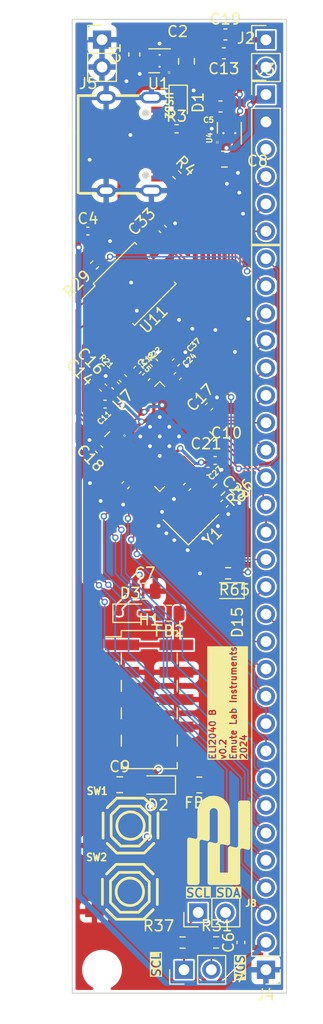
<source format=kicad_pcb>
(kicad_pcb (version 20240108) (generator "pcbnew") (generator_version "8.0")
  (layers (0 "F.Cu" signal) (1 "In1.Cu" signal) (2 "In2.Cu" signal) (31 "B.Cu" signal) (34 "B.Paste" user) (35 "F.Paste" user) (36 "B.SilkS" user "B.Silkscreen") (37 "F.SilkS" user "F.Silkscreen") (38 "B.Mask" user) (39 "F.Mask" user) (44 "Edge.Cuts" user))
  (net 0 "")
  (net 1 "GND")
  (net 2 "+12V")
  (net 3 "+3V3")
  (net 4 "/GPIO26_ADC0")
  (net 5 "/+3V3_SIG")
  (net 6 "+1V1")
  (net 7 "/XIN")
  (net 8 "Net-(C28-Pad1)")
  (net 9 "/VBUS")
  (net 10 "/USB_D+")
  (net 11 "/USB_D-")
  (net 12 "/GPIO4_SDA")
  (net 13 "/GPIO1_SCL")
  (net 14 "/BOOTSEL")
  (net 17 "/GPIO22_TEST_LED")
  (net 18 "/GPIO14")
  (net 19 "Net-(U7-USB_DP)")
  (net 20 "Net-(U7-USB_DM)")
  (net 21 "/GPIO17")
  (net 22 "/GPIO19")
  (net 23 "/GPIO25")
  (net 24 "/GPIO11")
  (net 25 "/GPIO12")
  (net 26 "/GPIO6")
  (net 27 "/QSPI_SS")
  (net 28 "/GPIO10")
  (net 29 "/GPIO24")
  (net 30 "/GPIO8")
  (net 31 "/GPIO16")
  (net 32 "/XOUT")
  (net 33 "/GPIO5")
  (net 34 "/GPIO23")
  (net 35 "/GPIO9")
  (net 36 "/RUN")
  (net 37 "/GPIO18")
  (net 38 "/GPIO13")
  (net 39 "Net-(D15-A)")
  (net 40 "/GPIO7")
  (net 41 "/GPIO15")
  (net 42 "/GPIO0")
  (net 43 "/GPIO20")
  (net 44 "/GPIO2")
  (net 45 "/GPIO21")
  (net 46 "/GPIO27_ADC1")
  (net 47 "/GPIO28_ADC2")
  (net 48 "/GPIO29_ADC3")
  (net 49 "/QSPI_SD3")
  (net 50 "/QSPI_SCLK")
  (net 51 "/QSPI_SD0")
  (net 52 "/QSPI_SD2")
  (net 53 "/QSPI_SD1")
  (net 54 "/GPIO3")
  (net 55 "Net-(USB2-CC1)")
  (net 56 "Net-(USB2-CC2)")
  (net 59 "-12V")
  (net 62 "Net-(D2-K)")
  (net 63 "Net-(D3-A)")
  (net 64 "Net-(FB1-Pad1)")
  (net 65 "Net-(FB2-Pad1)")
  (footprint "Capacitor_SMD:C_0402_1005Metric" (layer "F.Cu") (at 221.19 121.92 90)
    (property "Reference" "C6")
    (property "Value" "100n")
  )
  (footprint "Connector_PinHeader_2.54mm:PinHeader_1x06_P2.54mm_Vertical" (layer "F.Cu") (at 223.52 43.18)
    (property "Reference" "J3")
    (property "Value" "ADCs Header")
  )
  (footprint "Diode_SMD:D_SOD-323" (layer "F.Cu") (at 213.5 107.3 180)
    (property "Reference" "D2")
    (property "Value" "1N5819")
  )
  (footprint "emutelab:SW-SMD_4P-L5.1-W5.1-P3.70-LS6.5-TL-2" (layer "F.Cu") (at 210.87 117.22)
    (property "Reference" "SW2")
    (property "Value" "TS-1187A-B-A-B")
  )
  (footprint "Capacitor_SMD:C_0402_1005Metric" (layer "F.Cu") (at 210.47 79.45 -135)
    (property "Reference" "C20" (hide yes))
    (property "Value" "100n")
  )
  (footprint "Resistor_SMD:R_0402_1005Metric" (layer "F.Cu") (at 215.24 50.64 -45)
    (property "Reference" "R4")
    (property "Value" "5.1k")
  )
  (footprint "Connector_PinHeader_2.54mm:PinHeader_2x05_P2.54mm_Vertical_SMD" (layer "F.Cu") (at 212.675 99.37)
    (property "Reference" "H1")
    (property "Value" "PIN_HEADER_2x5 POWER")
  )
  (footprint "emutelab:RP2040-QFN-56" (layer "F.Cu") (at 213.640523 74.936509 45)
    (property "Reference" "U7")
    (property "Value" "RP2040")
  )
  (footprint "Capacitor_SMD:C_0402_1005Metric" (layer "F.Cu") (at 218.8 77.16)
    (property "Reference" "C10")
    (property "Value" "100n")
  )
  (footprint "Resistor_SMD:R_0805_2012Metric" (layer "F.Cu") (at 217.325 107.3 180)
    (property "Reference" "FB1")
    (property "Value" "FerriteBead GZ2012D101TF")
  )
  (footprint "Capacitor_SMD:C_0603_1608Metric" (layer "F.Cu") (at 219.6 39.35 180)
    (property "Reference" "C13")
    (property "Value" "100n")
  )
  (footprint "Resistor_SMD:R_0402_1005Metric" (layer "F.Cu") (at 207.59 59.01 45)
    (property "Reference" "R29")
    (property "Value" "1k")
  )
  (footprint "Capacitor_SMD:C_0402_1005Metric" (layer "F.Cu") (at 208.004881 76.124449 135)
    (property "Reference" "C18")
    (property "Value" "100n")
  )
  (footprint "Capacitor_SMD:C_0402_1005Metric" (layer "F.Cu") (at 208.56433 71.931306 180)
    (property "Reference" "C11")
    (property "Value" "100n")
  )
  (footprint "Capacitor_SMD:C_0402_1005Metric" (layer "F.Cu") (at 215.3 69.33 45)
    (property "Reference" "C24")
    (property "Value" "100n")
  )
  (footprint "Resistor_SMD:R_0603_1608Metric" (layer "F.Cu") (at 219.15 79.875 -135)
    (property "Reference" "R36")
    (property "Value" "1k")
  )
  (footprint "Connector_PinHeader_2.54mm:PinHeader_1x02_P2.54mm_Vertical" (layer "F.Cu") (at 217.22 119.14 90)
    (property "Reference" "J8")
    (property "Value" "Conn_02x01")
  )
  (footprint "Capacitor_SMD:C_0805_2012Metric_Pad1.18x1.45mm_HandSolder" (layer "F.Cu") (at 219.66 49.18)
    (property "Reference" "C8")
    (property "Value" "22u 0805 ")
  )
  (footprint "Resistor_SMD:R_0603_1608Metric" (layer "F.Cu") (at 218.885 121.92 180)
    (property "Reference" "R31")
    (property "Value" "1.5k")
  )
  (footprint "Capacitor_SMD:C_0402_1005Metric" (layer "F.Cu") (at 212.396015 69.399863 45)
    (property "Reference" "C12")
    (property "Value" "1u")
  )
  (footprint "Capacitor_SMD:C_0402_1005Metric" (layer "F.Cu") (at 211.570589 68.749411 -135)
    (property "Reference" "R22")
    (property "Value" "27")
  )
  (footprint "Diode_SMD:D_SOD-323" (layer "F.Cu") (at 215.36 43.92 -90)
    (property "Reference" "D1")
    (property "Value" "1N5819")
  )
  (footprint "Package_SON:WSON-6-1EP_2x2mm_P0.65mm_EP1x1.6mm_ThermalVias" (layer "F.Cu") (at 220.115 46.765 90)
    (property "Reference" "U4")
    (property "Value" "TLV76733DRVR")
  )
  (footprint "Resistor_SMD:R_0402_1005Metric" (layer "F.Cu") (at 215.21 46.36)
    (property "Reference" "R3")
    (property "Value" "5.1k")
  )
  (footprint "Resistor_SMD:R_0603_1608Metric" (layer "F.Cu") (at 220 87.64 180)
    (property "Reference" "R65")
    (property "Value" "1.5k")
  )
  (footprint "LED_SMD:LED_0603_1608Metric" (layer "F.Cu") (at 220.007501 89.25 180)
    (property "Reference" "D15")
    (property "Value" "LED Test")
  )
  (footprint "Capacitor_SMD:C_0603_1608Metric" (layer "F.Cu") (at 219.75 37.6)
    (property "Reference" "C19")
    (property "Value" "100n")
  )
  (footprint "Connector_PinHeader_2.54mm:PinHeader_1x02_P2.54mm_Vertical" (layer "F.Cu") (at 208.28 38.085)
    (property "Reference" "J5")
    (property "Value" "GND2")
  )
  (footprint "Crystal:Crystal_SMD_3225-4Pin_3.2x2.5mm" (layer "F.Cu") (at 216.548223 82.428858 45)
    (property "Reference" "Y1")
    (property "Value" "YXC X322512MSB4SI")
  )
  (footprint "Connector_PinHeader_2.54mm:PinHeader_1x02_P2.54mm_Vertical" (layer "F.Cu") (at 223.52 38.1)
    (property "Reference" "J2")
    (property "Value" "Power Header")
  )
  (footprint "Capacitor_SMD:C_0603_1608Metric_Pad1.08x0.95mm_HandSolder" (layer "F.Cu") (at 211.28 39.455001 90)
    (property "Reference" "C1")
    (property "Value" "1u")
  )
  (footprint "Capacitor_SMD:C_0402_1005Metric" (layer "F.Cu") (at 213.920589 55.670589 -45)
    (property "Reference" "C33")
    (property "Value" "100n")
  )
  (footprint "Capacitor_SMD:C_0402_1005Metric" (layer "F.Cu") (at 213.119411 68.079411 135)
    (property "Reference" "C15")
    (property "Value" "1u")
  )
  (footprint "Capacitor_SMD:C_0805_2012Metric_Pad1.18x1.45mm_HandSolder" (layer "F.Cu") (at 216.13 40.0925 90)
    (property "Reference" "C2")
    (property "Value" "22u 0805 ")
  )
  (footprint "Connector_PinHeader_2.54mm:PinHeader_1x27_P2.54mm_Vertical" (layer "F.Cu") (at 223.52 124.46 180)
    (property "Reference" "J4")
    (property "Value" "Conn_01x26")
  )
  (footprint "emutelab:USB-C-SMD_TYPE-C-6PIN-2MD-073" (layer "F.Cu") (at 211.04 47.78 -90)
    (property "Reference" "USB2")
    (property "Value" "TYPE-C_16PIN_2MD(073)")
    (fp_poly (pts (xy -2.54 -1.305) (xy -2.55713 -1.413156) (xy -2.606844 -1.510725) (xy -2.684275 -1.588156) (xy -2.781844 -1.63787) (xy -2.89 -1.655) (xy -2.998155 -1.63787) (xy -3.095725 -1.588156) (xy -3.173156 -1.510725) (xy -3.22287 -1.413156) (xy -3.24 -1.305) (xy -3.22287 -1.196844) (xy -3.173156 -1.099275) (xy -3.095725 -1.021844) (xy -2.998156 -0.97213) (xy -2.890001 -0.955) (xy -2.781844 -0.97213) (xy -2.684275 -1.021844) (xy -2.606844 -1.099275) (xy -2.557129 -1.196844)) (fill solid) (layer "Edge.Cuts"))
    (fp_poly (pts (xy 3.24 -1.305) (xy 3.22287 -1.413156) (xy 3.173156 -1.510725) (xy 3.095725 -1.588156) (xy 2.998155 -1.63787) (xy 2.89 -1.655) (xy 2.781844 -1.63787) (xy 2.684275 -1.588156) (xy 2.606844 -1.510725) (xy 2.55713 -1.413156) (xy 2.54 -1.305) (xy 2.557129 -1.196844) (xy 2.606844 -1.099275) (xy 2.684275 -1.021844) (xy 2.781844 -0.97213) (xy 2.890001 -0.955) (xy 2.998156 -0.97213) (xy 3.095725 -1.021844) (xy 3.173156 -1.099275) (xy 3.22287 -1.196844)) (fill solid) (layer "Edge.Cuts"))
  )
  (footprint "Diode_SMD:D_SOD-323" (layer "F.Cu") (at 210.9 91.35)
    (property "Reference" "D3")
    (property "Value" "1N5819")
  )
  (footprint "MountingHole:MountingHole_3.2mm_M3" (layer "F.Cu") (at 208.28 124.46)
    (property "Reference" "REF**" (hide yes))
    (property "Value" "MountingHole_3.2mm_M3")
  )
  (footprint "Resistor_SMD:R_0805_2012Metric" (layer "F.Cu") (at 214.525 91.35 180)
    (property "Reference" "FB2")
    (property "Value" "FerriteBead GZ2012D101TF")
  )
  (footprint "Capacitor_SMD:C_0402_1005Metric" (layer "F.Cu") (at 219.660589 81.164411 45)
    (property "Reference" "C28")
    (property "Value" "30p")
  )
  (footprint "Capacitor_SMD:C_0402_1005Metric" (layer "F.Cu") (at 208.39379 70.396883 135)
    (property "Reference" "C16")
    (property "Value" "100n")
  )
  (footprint "Capacitor_SMD:C_0402_1005Metric" (layer "F.Cu") (at 206.97 55.86)
    (property "Reference" "C4")
    (property "Value" "100n")
  )
  (footprint "Capacitor_SMD:C_0603_1608Metric_Pad1.08x0.95mm_HandSolder" (layer "F.Cu") (at 219.29 44.290001)
    (property "Reference" "C5")
    (property "Value" "1u")
  )
  (footprint "Capacitor_SMD:C_0402_1005Metric" (layer "F.Cu") (at 216.185589 79.614411 -135)
    (property "Reference" "C27")
    (property "Value" "30p")
  )
  (footprint "Capacitor_SMD:C_0402_1005Metric" (layer "F.Cu") (at 215.14 68.06 45)
    (property "Reference" "C37")
    (property "Value" "100n")
  )
  (footprint "Capacitor_SMD:C_0805_2012Metric" (layer "F.Cu") (at 209.925 107.275)
    (property "Reference" "C9")
    (property "Value" "22u")
  )
  (footprint "Connector_PinHeader_2.54mm:PinHeader_1x02_P2.54mm_Vertical" (layer "F.Cu") (at 215.9 124.46 90)
    (property "Reference" "J7")
    (property "Value" "Conn_02x01")
  )
  (footprint "Capacitor_SMD:C_0402_1005Metric" (layer "F.Cu") (at 210.218127 69.534214 -45)
    (property "Reference" "R21")
    (property "Value" "27")
  )
  (footprint "emutelab:SW-SMD_4P-L5.1-W5.1-P3.70-LS6.5-TL-2" (layer "F.Cu") (at 210.93 111.07)
    (property "Reference" "SW1")
    (property "Value" "TS-1187A-B-A-B")
  )
  (footprint "Package_SON:WSON-6-1EP_2x2mm_P0.65mm_EP1x1.6mm_ThermalVias" (layer "F.Cu") (at 213.63 40.0425 180)
    (property "Reference" "U1")
    (property "Value" "TLV76733DRVR")
  )
  (footprint "Capacitor_SMD:C_0402_1005Metric" (layer "F.Cu") (at 209.521626 70.216572 135)
    (property "Reference" "C14")
    (property "Value" "100n")
  )
  (footprint "Resistor_SMD:R_0603_1608Metric" (layer "F.Cu") (at 215.765 121.93)
    (property "Reference" "R37")
    (property "Value" "1.5k")
  )
  (footprint "Package_SO:SOIC-8_5.23x5.23mm_P1.27mm" (layer "F.Cu") (at 211.31 60.76 45)
    (property "Reference" "U11")
    (property "Value" "W25Q128JVS")
  )
  (footprint "Capacitor_SMD:C_0402_1005Metric" (layer "F.Cu") (at 218.12 78.16)
    (property "Reference" "C21")
    (property "Value" "100n")
  )
  (footprint "Capacitor_SMD:C_0805_2012Metric" (layer "F.Cu") (at 212.275 89.3)
    (property "Reference" "C7")
    (property "Value" "22u")
  )
  (footprint "Capacitor_SMD:C_0402_1005Metric" (layer "F.Cu") (at 218.229411 72.160589 45)
    (property "Reference" "C17")
    (property "Value" "100n")
  )
  (gr_poly (pts (xy 216.2 112.4) (xy 216.200877 112.388195) (xy 216.202321 112.376414) (xy 216.204318 112.364686) (xy 216.206855 112.353042) (xy 216.209917 112.341514) (xy 216.213492 112.330132) (xy 216.217564 112.318928) (xy 216.22212 112.30793) (xy 216.227145 112.297172) (xy 216.232626 112.286682) (xy 216.238549 112.276494) (xy 216.244899 112.266635) (xy 216.251663 112.257138) (xy 216.258828 112.248034) (xy 216.26638 112.239354) (xy 216.274301 112.231129) (xy 216.282582 112.223386) (xy 216.291208 112.216161) (xy 216.300164 112.209483) (xy 216.309435 112.203382) (xy 216.319009 112.197889) (xy 216.32887 112.193035) (xy 216.339008 112.188851) (xy 216.349405 112.185368) (xy 216.360048 112.182617) (xy 216.370923 112.180628) (xy 216.382019 112.179432) (xy 216.393317 112.17906) (xy 216.404808 112.179544) (xy 216.416475 112.180911) (xy 216.428305 112.183197) (xy 216.917518 112.297496) (xy 216.929182 112.299197) (xy 216.940695 112.300287) (xy 216.952045 112.30078) (xy 216.963216 112.300687) (xy 216.974195 112.300021) (xy 216.984966 112.298794) (xy 216.995515 112.297017) (xy 217.005828 112.294701) (xy 217.01589 112.291861) (xy 217.025687 112.288507) (xy 217.035205 112.284651) (xy 217.044428 112.280306) (xy 217.053342 112.275484) (xy 217.061933 112.270197) (xy 217.070187 112.264455) (xy 217.078088 112.258272) (xy 217.085622 112.251659) (xy 217.092775 112.244629) (xy 217.099534 112.237195) (xy 217.105882 112.229366) (xy 217.111806 112.221156) (xy 217.11729 112.212577) (xy 217.12232 112.20364) (xy 217.126883 112.194358) (xy 217.130963 112.184744) (xy 217.134546 112.174808) (xy 217.137618 112.164562) (xy 217.140163 112.154018) (xy 217.142168 112.143189) (xy 217.143618 112.132088) (xy 217.144499 112.120726) (xy 217.144796 112.109114) (xy 217.144796 109.817556) (xy 217.146778 109.739474) (xy 217.152657 109.662404) (xy 217.162341 109.586443) (xy 217.17573 109.511686) (xy 217.192729 109.438231) (xy 217.21324 109.366172) (xy 217.23717 109.295607) (xy 217.264421 109.226631) (xy 217.294896 109.15934) (xy 217.328499 109.093832) (xy 217.365134 109.030201) (xy 217.404706 108.968544) (xy 217.447116 108.908957) (xy 217.49227 108.851537) (xy 217.54007 108.796379) (xy 217.590421 108.74358) (xy 217.643225 108.693236) (xy 217.698388 108.645443) (xy 217.755812 108.600298) (xy 217.815401 108.557896) (xy 217.877059 108.518332) (xy 217.94069 108.481705) (xy 218.006197 108.44811) (xy 218.073484 108.417644) (xy 218.142453 108.3904) (xy 218.213012 108.366478) (xy 218.28506 108.345973) (xy 218.358504 108.328978) (xy 218.433245 108.315594) (xy 218.509189 108.305914) (xy 218.586239 108.300036) (xy 218.664298 108.298056) (xy 218.742356 108.300038) (xy 218.819404 108.305917) (xy 218.895343 108.3156) (xy 218.970081 108.328989) (xy 219.043518 108.345988) (xy 219.11556 108.3665) (xy 219.18611 108.390431) (xy 219.25507 108.41768) (xy 219.322349 108.448155) (xy 219.387845 108.481759) (xy 219.451464 108.518394) (xy 219.513111 108.557965) (xy 219.572689 108.600376) (xy 219.630101 108.645529) (xy 219.685251 108.69333) (xy 219.738043 108.743681) (xy 219.788382 108.796485) (xy 219.836169 108.851647) (xy 219.881311 108.909072) (xy 219.92371 108.96866) (xy 219.963269 109.030318) (xy 219.999894 109.09395) (xy 220.033487 109.159456) (xy 220.063952 109.226743) (xy 220.091194 109.295713) (xy 220.115114 109.366271) (xy 220.135621 109.438319) (xy 220.152613 109.511763) (xy 220.165998 109.586504) (xy 220.175677 109.662449) (xy 220.181555 109.739497) (xy 220.183536 109.817557) (xy 220.183536 112.680877) (xy 220.183241 112.692675) (xy 220.182367 112.704481) (xy 220.180926 112.716267) (xy 220.178933 112.727999) (xy 220.176401 112.739647) (xy 220.173345 112.751182) (xy 220.169778 112.762572) (xy 220.165713 112.773783) (xy 220.161165 112.784789) (xy 220.156149 112.795556) (xy 220.150676 112.806054) (xy 220.144761 112.816251) (xy 220.138417 112.826117) (xy 220.131661 112.835621) (xy 220.124504 112.844732) (xy 220.11696 112.853419) (xy 220.109043 112.861651) (xy 220.100767 112.869397) (xy 220.092145 112.876627) (xy 220.083193 112.883307) (xy 220.073922 112.889409) (xy 220.064348 112.894902) (xy 220.054484 112.899754) (xy 220.044344 112.903934) (xy 220.033941 112.907412) (xy 220.02329 112.910155) (xy 220.012404 112.912134) (xy 220.001297 112.913318) (xy 219.989983 112.913675) (xy 219.978475 112.913174) (xy 219.966787 112.911787) (xy 219.954935 112.909479) (xy 219.466778 112.795444) (xy 219.455066 112.793694) (xy 219.443503 112.792559) (xy 219.432104 112.792025) (xy 219.420883 112.792077) (xy 219.409857 112.792708) (xy 219.399037 112.793904) (xy 219.388441 112.795652) (xy 219.378081 112.797939) (xy 219.367973 112.800757) (xy 219.35813 112.804092) (xy 219.348569 112.807929) (xy 219.339302 112.81226) (xy 219.330346 112.817073) (xy 219.321714 112.822352) (xy 219.313421 112.828089) (xy 219.305482 112.83427) (xy 219.29791 112.840884) (xy 219.290722 112.847919) (xy 219.283931 112.855362) (xy 219.277552 112.863201) (xy 219.2716 112.871424) (xy 219.266088 112.880021) (xy 219.261031 112.888978) (xy 219.256447 112.898283) (xy 219.252346 112.907924) (xy 219.248745 112.91789) (xy 219.245658 112.92817) (xy 219.243099 112.938749) (xy 219.241084 112.949616) (xy 219.239626 112.960758) (xy 219.23874 112.972167) (xy 219.238443 112.983826) (xy 219.238443 115.437307) (xy 219.980864 115.437307) (xy 219.980864 113.219041) (xy 219.981159 113.207246) (xy 219.982036 113.19544) (xy 219.983479 113.183658) (xy 219.985478 113.171931) (xy 219.988015 113.160287) (xy 219.991077 113.148759) (xy 219.994651 113.137377) (xy 219.998723 113.126172) (xy 220.003279 113.115175) (xy 220.008304 113.104416) (xy 220.013785 113.093928) (xy 220.019708 113.083737) (xy 220.026059 113.07388) (xy 220.032824 113.064383) (xy 220.039988 113.055279) (xy 220.047539 113.046599) (xy 220.055462 113.038372) (xy 220.063743 113.030632) (xy 220.072368 113.023406) (xy 220.081323 113.016728) (xy 220.090595 113.010626) (xy 220.100169 113.005135) (xy 220.110031 113.00028) (xy 220.120167 112.996096) (xy 220.130563 112.992613) (xy 220.141208 112.989863) (xy 220.152084 112.987874) (xy 220.163179 112.986677) (xy 220.174478 112.986305) (xy 220.185967 112.986787) (xy 220.197635 112.988156) (xy 220.209464 112.990441) (xy 220.698678 113.10474) (xy 220.710341 113.106443) (xy 220.721855 113.107534) (xy 220.733204 113.108031) (xy 220.744375 113.107943) (xy 220.755354 113.107283) (xy 220.766125 113.106061) (xy 220.776674 113.104291) (xy 220.786987 113.101984) (xy 220.79705 113.09915) (xy 220.806847 113.095805) (xy 220.816364 113.091958) (xy 220.825587 113.08762) (xy 220.834502 113.082806) (xy 220.843093 113.077526) (xy 220.851346 113.071791) (xy 220.859247 113.065616) (xy 220.866782 113.059009) (xy 220.873935 113.051984) (xy 220.880694 113.044552) (xy 220.887042 113.036727) (xy 220.892965 113.028518) (xy 220.898449 113.019939) (xy 220.90348 113.011) (xy 220.908043 113.001714) (xy 220.912123 112.992093) (xy 220.915706 112.982149) (xy 220.918777 112.971894) (xy 220.921323 112.961339) (xy 220.923328 112.950495) (xy 220.924777 112.939375) (xy 220.925658 112.927992) (xy 220.925956 112.916357) (xy 220.925955 108.969833) (xy 220.926254 108.958097) (xy 220.927139 108.946509) (xy 220.928596 108.935085) (xy 220.930612 108.92384) (xy 220.933172 108.91279) (xy 220.93626 108.901946) (xy 220.939862 108.891327) (xy 220.943964 108.880946) (xy 220.948551 108.870815) (xy 220.953609 108.860952) (xy 220.959123 108.851372) (xy 220.965079 108.842087) (xy 220.971462 108.833113) (xy 220.978256 108.824466) (xy 220.98545 108.816157) (xy 220.993028 108.808205) (xy 221.000973 108.800622) (xy 221.009274 108.793423) (xy 221.017914 108.786624) (xy 221.02688 108.780239) (xy 221.036156 108.774282) (xy 221.045728 108.768768) (xy 221.055583 108.763712) (xy 221.065705 108.759128) (xy 221.07608 108.755033) (xy 221.086692 108.751438) (xy 221.097528 108.748359) (xy 221.108574 108.745812) (xy 221.119813 108.743812) (xy 221.131234 108.742371) (xy 221.142818 108.741506) (xy 221.154555 108.741231) (xy 221.845648 108.74123) (xy 221.857361 108.74153) (xy 221.868925 108.742417) (xy 221.880329 108.743879) (xy 221.891553 108.745898) (xy 221.902587 108.748464) (xy 221.913412 108.751557) (xy 221.924017 108.755166) (xy 221.934387 108.759277) (xy 221.944504 108.763871) (xy 221.954357 108.768937) (xy 221.963929 108.77446) (xy 221.973208 108.780424) (xy 221.982176 108.786814) (xy 221.99082 108.793618) (xy 221.999126 108.800819) (xy 222.007076 108.808402) (xy 222.014661 108.816354) (xy 222.021861 108.824659) (xy 222.028665 108.833303) (xy 222.035055 108.842271) (xy 222.041019 108.85155) (xy 222.046542 108.861122) (xy 222.051608 108.870975) (xy 222.056202 108.881092) (xy 222.060312 108.891461) (xy 222.063921 108.902066) (xy 222.067016 108.912892) (xy 222.06958 108.923927) (xy 222.071601 108.935151) (xy 222.073061 108.946553) (xy 222.073949 108.958118) (xy 222.074248 108.969831) (xy 222.074247 113.084896) (xy 222.074244 113.084995) (xy 222.074237 113.085095) (xy 222.074224 113.085197) (xy 222.074207 113.085297) (xy 222.074164 113.085507) (xy 222.074116 113.085724) (xy 222.074067 113.085953) (xy 222.074045 113.086074) (xy 222.074024 113.086198) (xy 222.074007 113.086328) (xy 222.073995 113.086463) (xy 222.073987 113.086602) (xy 222.073983 113.086748) (xy 222.073594 113.098469) (xy 222.072637 113.110195) (xy 222.071124 113.121896) (xy 222.069066 113.13354) (xy 222.066482 113.145099) (xy 222.063381 113.156543) (xy 222.059778 113.167837) (xy 222.055686 113.178956) (xy 222.051119 113.189866) (xy 222.046091 113.200539) (xy 222.040614 113.210942) (xy 222.034701 113.221047) (xy 222.02837 113.230822) (xy 222.021629 113.240239) (xy 222.014494 113.249263) (xy 222.006978 113.257868) (xy 221.999095 113.266021) (xy 221.990857 113.273693) (xy 221.98228 113.280853) (xy 221.973375 113.28747) (xy 221.964156 113.293515) (xy 221.954638 113.298957) (xy 221.944832 113.303764) (xy 221.934755 113.307908) (xy 221.924417 113.311356) (xy 221.913832 113.31408) (xy 221.903016 113.31605) (xy 221.89198 113.317233) (xy 221.880737 113.317598) (xy 221.869304 113.317119) (xy 221.857691 113.315762) (xy 221.845912 113.313497) (xy 221.845648 113.313497) (xy 221.356963 113.199197) (xy 221.345276 113.197473) (xy 221.333737 113.196359) (xy 221.322363 113.195845) (xy 221.311168 113.195918) (xy 221.300165 113.196566) (xy 221.289369 113.197778) (xy 221.278795 113.19954) (xy 221.26846 113.201843) (xy 221.258375 113.204672) (xy 221.248555 113.208016) (xy 221.239016 113.211862) (xy 221.229771 113.2162) (xy 221.220836 113.221017) (xy 221.212224 113.226301) (xy 221.203951 113.23204) (xy 221.19603 113.238222) (xy 221.188477 113.244835) (xy 221.181307 113.251867) (xy 221.174532 113.259306) (xy 221.168169 113.26714) (xy 221.162231 113.275357) (xy 221.156733 113.283945) (xy 221.15169 113.292893) (xy 221.147116 113.302185) (xy 221.143025 113.311815) (xy 221.139433 113.321765) (xy 221.136353 113.332027) (xy 221.133801 113.342588) (xy 221.131792 113.353436) (xy 221.130337 113.364559) (xy 221.129455 113.375944) (xy 221.129156 113.38758) (xy 221.129157 116.356998) (xy 221.128858 116.368712) (xy 221.127971 116.380276) (xy 221.126508 116.391679) (xy 221.124489 116.402904) (xy 221.121925 116.413937) (xy 221.118829 116.424763) (xy 221.115221 116.435368) (xy 221.111112 116.445737) (xy 221.106516 116.455855) (xy 221.101449 116.465708) (xy 221.095927 116.47528) (xy 221.089964 116.484558) (xy 221.083573 116.493527) (xy 221.07677 116.502171) (xy 221.069569 116.510477) (xy 221.061986 116.518427) (xy 221.054034 116.526011) (xy 221.045729 116.533211) (xy 221.037084 116.540015) (xy 221.028116 116.546405) (xy 221.018839 116.552369) (xy 221.009265 116.557892) (xy 220.999414 116.562958) (xy 220.989294 116.567554) (xy 220.978927 116.571662) (xy 220.968322 116.575272) (xy 220.957495 116.578366) (xy 220.946462 116.580931) (xy 220.935237 116.582951) (xy 220.923835 116.584412) (xy 220.91227 116.5853) (xy 220.900557 116.585598) (xy 218.318753 116.585599) (xy 218.30704 116.5853) (xy 218.295475 116.584412) (xy 218.284072 116.582951) (xy 218.272847 116.58093) (xy 218.261814 116.578367) (xy 218.250988 116.575272) (xy 218.240383 116.571662) (xy 218.230014 116.567554) (xy 218.219896 116.562958) (xy 218.210044 116.557892) (xy 218.200471 116.552369) (xy 218.191192 116.546405) (xy 218.182225 116.540015) (xy 218.17358 116.533211) (xy 218.165276 116.526012) (xy 218.157324 116.518427) (xy 218.149739 116.510477) (xy 218.14254 116.502171) (xy 218.135737 116.493527) (xy 218.129345 116.484558) (xy 218.123382 116.47528) (xy 218.117859 116.465708) (xy 218.112793 116.455855) (xy 218.108198 116.445737) (xy 218.104089 116.435368) (xy 218.100479 116.424763) (xy 218.097385 116.413937) (xy 218.094821 116.402904) (xy 218.0928 116.391679) (xy 218.091339 116.380276) (xy 218.090451 116.368712) (xy 218.090152 116.356998) (xy 218.090153 112.815815) (xy 218.090448 112.804019) (xy 218.091325 112.792214) (xy 218.092769 112.780433) (xy 218.094766 112.768705) (xy 218.097303 112.757061) (xy 218.100366 112.745534) (xy 218.10394 112.734152) (xy 218.108012 112.722947) (xy 218.112568 112.711949) (xy 218.117593 112.701191) (xy 218.123074 112.690701) (xy 218.128996 112.680513) (xy 218.135348 112.670653) (xy 218.142112 112.661158) (xy 218.149277 112.652054) (xy 218.156827 112.643373) (xy 218.164751 112.635147) (xy 218.173032 112.627407) (xy 218.181657 112.62018) (xy 218.190612 112.613502) (xy 218.199883 112.607401) (xy 218.209457 112.601908) (xy 218.219319 112.597054) (xy 218.229456 112.592872) (xy 218.239853 112.589388) (xy 218.250496 112.586636) (xy 218.261373 112.584647) (xy 218.272467 112.583451) (xy 218.283767 112.583079) (xy 218.295257 112.583563) (xy 218.306923 112.58493) (xy 218.318753 112.587216) (xy 218.807967 112.701516) (xy 218.81963 112.703216) (xy 218.831143 112.704306) (xy 218.842493 112.704799) (xy 218.853664 112.704706) (xy 218.864643 112.70404) (xy 218.875414 112.702813) (xy 218.885963 112.701036) (xy 218.896276 112.69872) (xy 218.906338 112.69588) (xy 218.916135 112.692526) (xy 218.925653 112.688671) (xy 218.934875 112.684326) (xy 218.94379 112.679503) (xy 218.952381 112.674216) (xy 218.960635 112.668475) (xy 218.968536 112.662292) (xy 218.976071 112.655679) (xy 218.983224 112.648649) (xy 218.989982 112.641214) (xy 218.996329 112.633385) (xy 219.002253 112.625175) (xy 219.007738 112.616596) (xy 219.012768 112.607659) (xy 219.01733 112.598378) (xy 219.02141 112.588763) (xy 219.024994 112.578826) (xy 219.028066 112.56858) (xy 219.030611 112.558037) (xy 219.032616 112.547208) (xy 219.034066 112.536107) (xy 219.034947 112.524745) (xy 219.035244 112.513133) (xy 219.035244 109.818086) (xy 219.034759 109.799004) (xy 219.033322 109.780169) (xy 219.030954 109.761606) (xy 219.027682 109.743339) (xy 219.023526 109.72539) (xy 219.018513 109.707783) (xy 219.012664 109.690543) (xy 219.006003 109.67369) (xy 218.998555 109.657249) (xy 218.990342 109.641245) (xy 218.981388 109.6257) (xy 218.971718 109.610638) (xy 218.961352 109.596082) (xy 218.950319 109.582056) (xy 218.938638 109.568582) (xy 218.926335 109.555685) (xy 218.913432 109.543389) (xy 218.899954 109.531715) (xy 218.885924 109.520689) (xy 218.871365 109.510332) (xy 218.856302 109.50067) (xy 218.840757 109.491725) (xy 218.824754 109.48352) (xy 218.808319 109.476079) (xy 218.791472 109.469426) (xy 218.774238 109.463585) (xy 218.756641 109.458577) (xy 218.738705 109.454427) (xy 218.720452 109.451159) (xy 218.701907 109.448796) (xy 218.683092 109.44736) (xy 218.664034 109.446876) (xy 218.644952 109.447361) (xy 218.626117 109.448798) (xy 218.607554 109.451165) (xy 218.589286 109.454438) (xy 218.571338 109.458593) (xy 218.553732 109.463607) (xy 218.53649 109.469457) (xy 218.519638 109.476117) (xy 218.503197 109.483565) (xy 218.487193 109.491779) (xy 218.471649 109.500733) (xy 218.456586 109.510404) (xy 218.44203 109.520768) (xy 218.428004 109.531801) (xy 218.41453 109.543482) (xy 218.401634 109.555787) (xy 218.389336 109.568688) (xy 218.377663 109.582167) (xy 218.366637 109.596198) (xy 218.35628 109.610755) (xy 218.346618 109.625819) (xy 218.337672 109.641363) (xy 218.329468 109.657366) (xy 218.322027 109.673803) (xy 218.315374 109.690649) (xy 218.309532 109.707882) (xy 218.304524 109.725479) (xy 218.300374 109.743415) (xy 218.297106 109.761668) (xy 218.294743 109.780213) (xy 218.293307 109.799027) (xy 218.292823 109.818086) (xy 218.292824 112.277918) (xy 218.292528 112.289714) (xy 218.291652 112.301521) (xy 218.290208 112.313306) (xy 218.28821 112.325039) (xy 218.285673 112.336688) (xy 218.28261 112.348222) (xy 218.279036 112.359611) (xy 218.274964 112.370823) (xy 218.270409 112.381829) (xy 218.265383 112.392595) (xy 218.259902 112.403093) (xy 218.253979 112.41329) (xy 218.247628 112.423156) (xy 218.240864 112.432662) (xy 218.233699 112.441772) (xy 218.226147 112.450458) (xy 218.218226 112.45869) (xy 218.209945 112.466436) (xy 218.201319 112.473665) (xy 218.192364 112.480347) (xy 218.183092 112.486449) (xy 218.173519 112.491943) (xy 218.163657 112.496793) (xy 218.15352 112.500973) (xy 218.143123 112.504451) (xy 218.13248 112.507195) (xy 218.121602 112.509174) (xy 218.110508 112.510357) (xy 218.09921 112.510716) (xy 218.08772 112.510214) (xy 218.076053 112.508826) (xy 218.064223 112.506518) (xy 217.576067 112.392482) (xy 217.564353 112.390733) (xy 217.552791 112.389598) (xy 217.541393 112.389064) (xy 217.530172 112.389117) (xy 217.519145 112.389747) (xy 217.508326 112.390942) (xy 217.497728 112.39269) (xy 217.487368 112.394979) (xy 217.477261 112.397796) (xy 217.467419 112.40113) (xy 217.457857 112.404968) (xy 217.448591 112.4093) (xy 217.439634 112.414112) (xy 217.431002 112.419392) (xy 217.422709 112.425128) (xy 217.41477 112.431309) (xy 217.407198 112.437923) (xy 217.40001 112.444958) (xy 217.393219 112.452401) (xy 217.386841 112.46024) (xy 217.380887 112.468464) (xy 217.375377 112.47706) (xy 217.37032 112.486017) (xy 217.365735 112.495322) (xy 217.361635 112.504964) (xy 217.358034 112.514931) (xy 217.354946 112.525209) (xy 217.352387 112.535787) (xy 217.350371 112.546654) (xy 217.348915 112.557797) (xy 217.34803 112.569206) (xy 217.34773 112.580865) (xy 217.347731 116.356998) (xy 217.347432 116.368712) (xy 217.346545 116.380276) (xy 217.345084 116.391679) (xy 217.343063 116.402904) (xy 217.340499 116.413937) (xy 217.337405 116.424763) (xy 217.333795 116.435368) (xy 217.329686 116.445737) (xy 217.32509 116.455855) (xy 217.320025 116.465708) (xy 217.314501 116.47528) (xy 217.308538 116.484558) (xy 217.302147 116.493527) (xy 217.295344 116.502171) (xy 217.288144 116.510477) (xy 217.28056 116.518427) (xy 217.272609 116.526012) (xy 217.264303 116.533211) (xy 217.255659 116.540016) (xy 217.246691 116.546405) (xy 217.237413 116.552369) (xy 217.22784 116.557892) (xy 217.217988 116.562958) (xy 217.20787 116.567554) (xy 217.197501 116.571662) (xy 217.186895 116.575272) (xy 217.17607 116.578367) (xy 217.165037 116.58093) (xy 217.153811 116.582951) (xy 217.14241 116.584412) (xy 217.130844 116.5853) (xy 217.119131 116.585598) (xy 216.428305 116.585598) (xy 216.41659 116.585299) (xy 216.405026 116.584412) (xy 216.393623 116.582951) (xy 216.382399 116.580931) (xy 216.371366 116.578366) (xy 216.360539 116.575272) (xy 216.349935 116.571663) (xy 216.339566 116.567553) (xy 216.329448 116.562959) (xy 216.319594 116.557892) (xy 216.310022 116.552369) (xy 216.300745 116.546405) (xy 216.291777 116.540015) (xy 216.283133 116.533211) (xy 216.274827 116.526011) (xy 216.266875 116.518427) (xy 216.259292 116.510476) (xy 216.252092 116.50217) (xy 216.245288 116.493527) (xy 216.238898 116.484558) (xy 216.232933 116.47528) (xy 216.22741 116.465708) (xy 216.222345 116.455855) (xy 216.21775 116.445737) (xy 216.213641 116.435368) (xy 216.21003 116.424763) (xy 216.206937 116.413937) (xy 216.204373 116.402904) (xy 216.202352 116.39168) (xy 216.20089 116.380276) (xy 216.200003 116.368711) (xy 216.199705 116.356998) (xy 216.199705 112.411796)) (stroke (width -0.000001)) (fill solid) (layer "F.SilkS"))
  (gr_rect (start 205.515 36.195) (end 225.425 126.635) (stroke (width 0.1)) (fill none) (layer "Edge.Cuts"))
  (gr_text "SDA" (at 220.6 123 -90) (layer "F.SilkS" knockout) (effects (font (size 0.8 0.8)) (justify left bottom)))
  (gr_text "SDA" (at 218.8 117.8 0) (layer "F.SilkS" knockout) (effects (font (size 0.8 0.8)) (justify left bottom)))
  (gr_text "ELI2040 B\nv0.2\nEmute Lab Instruments\n2024" (at 221.8 105 90) (layer "F.SilkS" knockout) (effects (font (size 0.6 0.6) (thickness 0.125) (bold yes)) (justify left bottom)))
  (gr_text "o" (at 219.090001 47.74 90) (layer "F.SilkS" knockout) (effects (font (size 0.2 0.2) (thickness 0.05)) (justify left bottom)))
  (gr_text "SCL\n" (at 216 117.8 0) (layer "F.SilkS" knockout) (effects (font (size 0.8 0.8)) (justify left bottom)))
  (gr_text "SCL\n" (at 213.8 125.2 90) (layer "F.SilkS" knockout) (effects (font (size 0.8 0.8)) (justify left bottom)))
  (gr_text "o" (at 210.352475 75.00722 45) (layer "F.SilkS" knockout) (effects (font (size 0.2 0.2) (thickness 0.05)) (justify left bottom)))
  (gr_text "o" (at 214.63 41.0425 180) (layer "F.SilkS" knockout) (effects (font (size 0.2 0.2) (thickness 0.05)) (justify left bottom)))
  (segment (start 215.639411 68.900589) (end 216.17 68.37) (width 0.3) (layer "F.Cu") (net 1))
  (segment (start 219.125 77.755) (end 219.39 78.02) (width 0.5) (layer "F.Cu") (net 1))
  (segment (start 219.005 77.755) (end 219.125 77.755) (width 0.5) (layer "F.Cu") (net 1))
  (segment (start 215.364096 78.074295) (end 215.846178 78.556377) (width 0.15) (layer "F.Cu") (net 1))
  (segment (start 212.78 67.74) (end 212.82 67.74) (width 0.3) (layer "F.Cu") (net 1))
  (segment (start 219.28 77.48) (end 219.28 77.16) (width 0.5) (layer "F.Cu") (net 1))
  (segment (start 218.6 78.16) (end 219.005 77.755) (width 0.5) (layer "F.Cu") (net 1))
  (segment (start 212.696875 67.823125) (end 212.78 67.74) (width 0.5) (layer "F.Cu") (net 1))
  (segment (start 212.735426 69.060452) (end 212.696875 69.021901) (width 0.5) (layer "F.Cu") (net 1))
  (segment (start 212.633054 40.0425) (end 212.7425 40.0425) (width 0.3) (layer "F.Cu") (net 1))
  (segment (start 212.7425 40.0425) (end 213.63 40.0425) (width 0.3) (layer "F.Cu") (net 1))
  (segment (start 211.781034 41.120687) (end 212.055 40.846722) (width 0.3) (layer "F.Cu") (net 1))
  (segment (start 212.055 40.620554) (end 212.633054 40.0425) (width 0.3) (layer "F.Cu") (net 1))
  (segment (start 218.568822 71.821178) (end 218.568822 71.705268) (width 0.15) (layer "F.Cu") (net 1))
  (segment (start 214.56 44.58) (end 214.68 44.46) (width 0.5) (layer "F.Cu") (net 1))
  (segment (start 218.568822 71.705268) (end 218.967045 71.307045) (width 0.15) (layer "F.Cu") (net 1))
  (segment (start 215.479411 67.660589) (end 216.03 67.11) (width 0.3) (layer "F.Cu") (net 1))
  (segment (start 208.08433 71.931306) (end 207.901363 71.748339) (width 0.3) (layer "F.Cu") (net 1))
  (segment (start 219.005 77.755) (end 219.28 77.48) (width 0.5) (layer "F.Cu") (net 1))
  (segment (start 207.901363 70.210488) (end 208.054379 70.057472) (width 0.3) (layer "F.Cu") (net 1))
  (segment (start 207.901363 71.748339) (end 207.901363 70.210488) (width 0.3) (layer "F.Cu") (net 1))
  (segment (start 220.115 45.877501) (end 220.115 44.3275) (width 0.3) (layer "F.Cu") (net 1))
  (segment (start 208.054379 70.057472) (end 208.054379 69.880695) (width 0.3) (layer "F.Cu") (net 1))
  (segment (start 215.846178 78.556377) (end 215.846178 79.953822) (width 0.15) (layer "F.Cu") (net 1))
  (segment (start 220.115 44.3275) (end 220.1525 44.29) (width 0.3) (layer "F.Cu") (net 1))
  (segment (start 210.25 81.26) (end 210.22 81.07) (width 0.3) (layer "F.Cu") (net 1))
  (segment (start 207.66547 75.785037) (end 207.152817 75.272385) (width 0.3) (layer "F.Cu") (net 1))
  (segment (start 212.696875 69.021901) (end 212.696875 67.823125) (width 0.5) (layer "F.Cu") (net 1))
  (segment (start 215.479411 67.720589) (end 215.479411 67.660589) (width 0.3) (layer "F.Cu") (net 1))
  (segment (start 210.130589 80.980589) (end 210.25 81.26) (width 0.3) (layer "F.Cu") (net 1))
  (segment (start 212.055 40.846722) (end 212.055 40.620554) (width 0.3) (layer "F.Cu") (net 1))
  (segment (start 210.130589 79.789411) (end 210.130589 80.980589) (width 0.3) (layer "F.Cu") (net 1))
  (segment (start 208.620064 69.31501) (end 209.182214 69.87716) (width 0.5) (layer "F.Cu") (net 1))
  (segment (start 217.927081 83.127081) (end 218.27 83.47) (width 0.5) (layer "F.Cu") (net 1))
  (segment (start 210.111454 64.652622) (end 211.512038 63.252038) (width 0.3) (layer "F.Cu") (net 1))
  (segment (start 212.82 67.74) (end 213.46 67.1) (width 0.3) (layer "F.Cu") (net 1))
  (segment (start 208.054379 69.880695) (end 208.620064 69.31501) (width 0.3) (layer "F.Cu") (net 1))
  (segment (start 213.415 44.58) (end 214.56 44.58) (width 0.5) (layer "F.Cu") (net 1))
  (segment (start 211.781035 41.257519) (end 211.781034 41.120687) (width 0.3) (layer "F.Cu") (net 1))
  (segment (start 213.63 39.4925) (end 213.63 38.4425) (width 0.3) (layer "F.Cu") (net 1))
  (segment (start 207.152817 75.272385) (end 207.117462 75.272384) (width 0.3) (layer "F.Cu") (net 1))
  (segment (start 217.927081 82.252081) (end 217.927081 83.127081) (width 0.5) (layer "F.Cu") (net 1))
  (segment (start 210.111454 64.652623) (end 210.111454 64.652622) (width 0.3) (layer "F.Cu") (net 1))
  (segment (start 215.639411 68.990589) (end 215.639411 68.900589) (width 0.3) (layer "F.Cu") (net 1))
  (via (at 209.03 56.8) (size 0.6) (drill 0.35) (layers "F.Cu" "B.Cu") (net 1))
  (via (at 214.68 44.46) (size 0.6) (drill 0.35) (layers "F.Cu" "B.Cu") (net 1))
  (via (at 216.24 85.49) (size 0.6) (drill 0.35) (layers "F.Cu" "B.Cu") (net 1))
  (via (at 213.46 67.1) (size 0.6) (drill 0.35) (layers "F.Cu" "B.Cu") (net 1))
  (via (at 214.26 83.93) (size 0.6) (drill 0.35) (layers "F.Cu" "B.Cu") (net 1))
  (via (at 207.13 49.23) (size 0.6) (drill 0.35) (layers "F.Cu" "B.Cu") (net 1))
  (via (at 216.67 64.93) (size 0.6) (drill 0.35) (layers "F.Cu" "B.Cu") (net 1))
  (via (at 218.48 46.35) (size 0.6) (drill 0.35) (layers "F.Cu" "B.Cu") (net 1))
  (via (at 217.38 87.65) (size 0.6) (drill 0.35) (layers "F.Cu" "B.Cu") (net 1))
  (via (at 217.69 84.4) (size 0.6) (drill 0.35) (layers "F.Cu" "B.Cu") (net 1))
  (via (at 221.39 54.24) (size 0.6) (drill 0.35) (layers "F.Cu" "B.Cu") (net 1))
  (via (at 210.99 60.64) (size 0.6) (drill 0.35) (layers "F.Cu" "B.Cu") (net 1))
  (via (at 213.54 83.23) (size 0.6) (drill 0.35) (layers "F.Cu" "B.Cu") (net 1))
  (via (at 218.967045 71.307045) (size 0.6) (drill 0.35) (layers "F.Cu" "B.Cu") (net 1))
  (via (at 221.04 81.12) (size 0.6) (drill 0.35) (layers "F.Cu" "B.Cu") (net 1))
  (via (at 220.91 50.45) (size 0.6) (drill 0.35) (layers "F.Cu" "B.Cu") (net 1))
  (via (at 216.17 68.37) (size 0.6) (drill 0.35) (layers "F.Cu" "B.Cu") (net 1))
  (via (at 219.05 83.26) (size 0.6) (drill 0.35) (layers "F.Cu" "B.Cu") (net 1))
  (via (at 215 84.57) (size 0.6) (drill 0.35) (layers "F.Cu" "B.Cu") (net 1))
  (via (at 220.02 82.15) (size 0.6) (drill 0.35) (layers "F.Cu" "B.Cu") (net 1))
  (via (at 207.117462 75.272384) (size 0.6) (drill 0.35) (layers "F.Cu" "B.Cu") (net 1))
  (via (at 211.781035 41.257519) (size 0.6) (drill 0.35) (layers "F.Cu" "B.Cu") (net 1))
  (via (at 213.86 81.93) (size 0.6) (drill 0.35) (layers "F.Cu" "B.Cu") (net 1))
  (via (at 210.25 81.26) (size 0.6) (drill 0.35) (layers "F.Cu" "B.Cu") (net 1))
  (via (at 216.03 67.11) (size 0.6) (drill 0.35) (layers "F.Cu" "B.Cu") (net 1))
  (via (at 215.45 64.1) (size 0.6) (drill 0.35) (layers "F.Cu" "B.Cu") (net 1))
  (via (at 218.82 65.05) (size 0.6) (drill 0.35) (layers "F.Cu" "B.Cu") (net 1))
  (via (at 215.07 55.14) (size 0.6) (drill 0.35) (layers "F.Cu" "B.Cu") (net 1))
  (via (at 219.88 51.46) (size 0.6) (drill 0.35) (layers "F.Cu" "B.Cu") (net 1))
  (via (at 213.63 38.4425) (size 0.6) (drill 0.35) (layers "F.Cu" "B.Cu") (net 1))
  (via (at 221.04 52.29) (size 0.6) (drill 0.35) (layers "F.Cu" "B.Cu") (net 1))
  (via (at 210.92 46.94) (size 0.6) (drill 0.35) (layers "F.Cu" "B.Cu") (net 1))
  (via (at 220.62 67.08) (size 0.6) (drill 0.35) (layers "F.Cu" "B.Cu") (net 1))
  (via (at 219.39 78.02) (size 0.6) (drill 0.35) (layers "F.Cu" "B.Cu") (net 1))
  (via (at 208.620064 69.31501) (size 0.6) (drill 0.35) (layers "F.Cu" "B.Cu") (net 1))
  (via (at 214.96 80.75) (size 0.6) (drill 0.35) (layers "F.Cu" "B.Cu") (net 1))
  (via (at 211.512038 63.252038) (size 0.6) (drill 0.35) (layers "F.Cu" "B.Cu") (net 1))
  (via (at 221.88 64.02) (size 0.6) (drill 0.35) (layers "F.Cu" "B.Cu") (net 1))
  (segment (start 221.665 40.64) (end 220.375 39.35) (width 0.5) (layer "F.Cu") (net 2))
  (segment (start 221.07 43.17) (end 221.07 41.235) (width 0.5) (layer "F.Cu") (net 2))
  (segment (start 219.465 45.327499) (end 218.4275 44.29) (width 0.3) (layer "F.Cu") (net 2))
  (segment (start 212.7425 40.6925) (end 212.7425 41.144582) (width 0.3) (layer "F.Cu") (net 2))
  (segment (start 211.325 89.3) (end 211.325 88.225) (width 0.5) (layer "F.Cu") (net 2))
  (segment (start 221.11707 44.710454) (end 221.11707 44.812929) (width 0.3) (layer "F.Cu") (net 2))
  (segment (start 216.8 42.8) (end 215.43 42.8) (width 0.5) (layer "F.Cu") (net 2))
  (segment (start 221.07 41.235) (end 221.665 40.64) (width 0.5) (layer "F.Cu") (net 2))
  (segment (start 223.52 40.64) (end 221.665 40.64) (width 0.5) (layer "F.Cu") (net 2))
  (segment (start 209.85 90.775) (end 211.325 89.3) (width 0.5) (layer "F.Cu") (net 2))
  (segment (start 209.85 91.35) (end 209.85 90.775) (width 0.5) (layer "F.Cu") (net 2))
  (segment (start 216.937498 42.8) (end 218.427499 44.290001) (width 0.5) (layer "F.Cu") (net 2))
  (segment (start 210.525 41.072502) (end 210.55 41.95) (width 0.5) (layer "F.Cu") (net 2))
  (segment (start 212.029563 41.857519) (end 211.532505 41.857519) (width 0.3) (layer "F.Cu") (net 2))
  (segment (start 211.28 40.317502) (end 210.525 41.072502) (width 0.5) (layer "F.Cu") (net 2))
  (segment (start 215.385 42.845) (end 215.385 42.87) (width 0.5) (layer "F.Cu") (net 2))
  (segment (start 210.55 41.95) (end 210.525 41.9) (width 0.5) (layer "F.Cu") (net 2))
  (segment (start 211.181034 41.506048) (end 211.181034 40.416466) (width 0.3) (layer "F.Cu") (net 2))
  (segment (start 212.7425 41.144582) (end 212.029563 41.857519) (width 0.3) (layer "F.Cu") (net 2))
  (segment (start 211.532505 41.857519) (end 211.181034 41.506048) (width 0.3) (layer "F.Cu") (net 2))
  (segment (start 215.43 42.8) (end 215.385 42.845) (width 0.5) (layer "F.Cu") (net 2))
  (segment (start 216.8 42.8) (end 216.937498 42.8) (width 0.5) (layer "F.Cu") (net 2))
  (segment (start 219.5475 43.17) (end 221.07 43.17) (width 0.3) (layer "F.Cu") (net 2))
  (segment (start 221.11707 44.812929) (end 220.764999 45.165) (width 0.3) (layer "F.Cu") (net 2))
  (segment (start 220.765 45.8775) (end 220.764999 45.165) (width 0.3) (layer "F.Cu") (net 2))
  (segment (start 219.465 45.8775) (end 219.465 45.327499) (width 0.3) (layer "F.Cu") (net 2))
  (segment (start 212.205 39.3925) (end 211.28 40.3175) (width 0.3) (layer "F.Cu") (net 2))
  (segment (start 212.7425 39.3925) (end 212.205 39.3925) (width 0.3) (layer "F.Cu") (net 2))
  (segment (start 211.181034 40.416466) (end 211.28 40.3175) (width 0.3) (layer "F.Cu") (net 2))
  (segment (start 218.4275 44.29) (end 219.5475 43.17) (width 0.3) (layer "F.Cu") (net 2))
  (segment (start 211.325 88.225) (end 211.771232 87.778768) (width 0.5) (layer "F.Cu") (net 2))
  (via (at 210.55 41.95) (size 0.6) (drill 0.35) (layers "F.Cu" "B.Cu") (net 2))
  (via (at 221.07 43.17) (size 0.6) (drill 0.35) (layers "F.Cu" "B.Cu") (net 2))
  (via (at 221.11707 44.710454) (size 0.6) (drill 0.35) (layers "F.Cu" "B.Cu") (net 2))
  (via (at 211.771232 87.778768) (size 0.6) (drill 0.35) (layers "F.Cu" "B.Cu") (net 2))
  (via (at 216.8 42.8) (size 0.6) (drill 0.35) (layers "F.Cu" "B.Cu") (net 2))
  (segment (start 221.07 43.17) (end 221.07 44.663384) (width 0.3) (layer "B.Cu") (net 2))
  (segment (start 221.07 44.663384) (end 221.11707 44.710454) (width 0.3) (layer "B.Cu") (net 2))
  (segment (start 217.146856 78.16) (end 217.64 78.16) (width 0.3) (layer "F.Cu") (net 3))
  (segment (start 210.334798 71.347942) (end 209.34485 71.347943) (width 0.15) (layer "F.Cu") (net 3))
  (segment (start 212.429067 77.562182) (end 211.916952 78.074297) (width 0.3) (layer "F.Cu") (net 3))
  (segment (start 211.634106 72.081566) (end 210.108524 70.555983) (width 0.15) (layer "F.Cu") (net 3))
  (segment (start 214.5175 40.0425) (end 214.5175 40.6925) (width 0.3) (layer "F.Cu") (net 3))
  (segment (start 209.85 53.41) (end 209.865 53.395) (width 0.3) (layer "F.Cu") (net 3))
  (segment (start 212.508546 56.867377) (end 210.900584 55.259416) (width 0.3) (layer "F.Cu") (net 3))
  (segment (start 212.462982 70.0895) (end 213.458822 69.09366) (width 0.15) (layer "F.Cu") (net 3))
  (segment (start 211.351264 72.364408) (end 210.334798 71.347942) (width 0.15) (layer "F.Cu") (net 3))
  (segment (start 210.900584 55.269416) (end 210.900584 55.259416) (width 0.3) (layer "F.Cu") (net 3))
  (segment (start 211.731334 73.02732) (end 211.731334 72.744478) (width 0.15) (layer "F.Cu") (net 3))
  (segment (start 210.880656 79.110589) (end 211.91695 78.074295) (width 0.3) (layer "F.Cu") (net 3))
  (segment (start 218.175 62.358604) (end 214.350589 66.183015) (width 0.3) (layer "F.Cu") (net 3))
  (segment (start 216.778309 73.212936) (end 217.491245 72.5) (width 0.15) (layer "F.Cu") (net 3))
  (segment (start 212.582436 77.6968) (end 212.447818 77.562182) (width 0.3) (layer "F.Cu") (net 3))
  (segment (start 213.385283 71.57) (end 213.64 71.57) (width 0.15) (layer "F.Cu") (net 3))
  (segment (start 217.491245 72.5) (end 217.89 72.5) (width 0.15) (layer "F.Cu") (net 3))
  (segment (start 215.835128 76.848271) (end 217.146856 78.16) (width 0.3) (layer "F.Cu") (net 3))
  (segment (start 218.175 50.329744) (end 218.175 62.358604) (width 0.3) (layer "F.Cu") (net 3))
  (segment (start 214.350589 67.527055) (end 213.458822 68.418822) (width 0.3) (layer "F.Cu") (net 3))
  (segment (start 212.508546 56.40381) (end 213.581178 55.331178) (width 0.3) (layer "F.Cu") (net 3))
  (segment (start 215.37036 76.848271) (end 215.835128 76.848271) (width 0.3) (layer "F.Cu") (net 3))
  (segment (start 216.767064 73.212936) (end 216.06 73.92) (width 0.15) (layer "F.Cu") (net 3))
  (segment (start 217.7 45.38) (end 217.7 46.75) (width 0.3) (layer "F.Cu") (net 3))
  (segment (start 212.765478 70.950195) (end 212.462982 70.647699) (width 0.15) (layer "F.Cu") (net 3))
  (segment (start 213.458822 69.09366) (end 213.458822 68.418822) (width 0.15) (layer "F.Cu") (net 3))
  (segment (start 214.232725 70.667352) (end 214.232725 70.397275) (width 0.3) (layer "F.Cu") (net 3))
  (segment (start 215.79 43.47) (end 217.7 45.38) (width 0.3) (layer "F.Cu") (net 3))
  (segment (start 217.29 124.936346) (end 217.29 122.69) (width 0.3) (layer "F.Cu") (net 3))
  (segment (start 214.232725 70.397275) (end 214.960589 69.669411) (width 0.3) (layer "F.Cu") (net 3))
  (segment (start 206.065 57.33) (end 206.115 57.38) (width 0.5) (layer "F.Cu") (net 3))
  (segment (start 211.731334 72.744478) (end 211.678301 72.691445) (width 0.15) (layer "F.Cu") (net 3))
  (segment (start 206.065 47.175) (end 206.065 55.01) (width 0.5) (layer "F.Cu") (net 3))
  (segment (start 216.778309 73.212936) (end 216.767064 73.212936) (width 0.15) (layer "F.Cu") (net 3))
  (segment (start 216.59 121.93) (end 218.05 121.93) (width 0.3) (layer "F.Cu") (net 3))
  (segment (start 218.013654 125.66) (end 217.29 124.936346) (width 0.3) (layer "F.Cu") (net 3))
  (segment (start 210.900584 55.259416) (end 209.85 54.208831) (width 0.3) (layer "F.Cu") (net 3))
  (segment (start 211.678301 72.691445) (end 211.634106 72.647251) (width 0.15) (layer "F.Cu") (net 3))
  (segment (start 217.735 46.785) (end 217.735 49.889744) (width 0.3) (layer "F.Cu") (net 3))
  (segment (start 221.19 122.4) (end 221.19 123.43) (width 0.3) (layer "F.Cu") (net 3))
  (segment (start 206.49 55.435) (end 206.065 55.01) (width 0.5) (layer "F.Cu") (net 3))
  (segment (start 208.437082 44.802918) (end 206.065 47.175) (width 0.5) (layer "F.Cu") (net 3))
  (segment (start 214.03 42.505) (end 212.021497 42.505) (width 0.5) (layer "F.Cu") (net 3))
  (segment (start 209.34485 71.347943) (end 209.203427 71.20652) (width 0.15) (layer "F.Cu") (net 3))
  (segment (start 221.19 123.43) (end 218.96 125.66) (width 0.3) (layer "F.Cu") (net 3))
  (segment (start 209.748861 75.009793) (end 211.731334 73.02732) (width 0.15) (layer "F.Cu") (net 3))
  (segment (start 215.405 41.13) (end 214.03 42.505) (width 0.5) (layer "F.Cu") (net 3))
  (segment (start 217.29 122.69) (end 218.06 121.92) (width 0.3) (layer "F.Cu") (net 3))
  (segment (start 218.96 125.66) (end 218.013654 125.66) (width 0.3) (layer "F.Cu") (net 3))
  (segment (start 209.210499 71.20652) (end 209.203427 71.20652) (width 0.3) (layer "F.Cu") (net 3))
  (segment (start 214.5175 40.6925) (end 215.6925 40.6925) (width 0.3) (layer "F.Cu") (net 3))
  (segment (start 214.350589 66.183015) (end 214.350589 67.527055) (width 0.3) (layer "F.Cu") (net 3))
  (segment (start 212.447818 77.562182) (end 210.036852 75.151215) (width 0.3) (layer "F.Cu") (net 3))
  (segment (start 215.07352 43.47) (end 215.79 43.47) (width 0.3) (layer "F.Cu") (net 3))
  (segment (start 212.462982 70.647699) (end 212.462982 70.0895) (width 0.15) (layer "F.Cu") (net 3))
  (segment (start 208.344292 76.555784) (end 208.344292 76.46386) (width 0.3) (layer "F.Cu") (net 3))
  (segment (start 210.809411 79.110589) (end 210.880656 79.110589) (width 0.3) (layer "F.Cu") (net 3))
  (segment (start 209.748861 75.151215) (end 209.748861 75.009793) (width 0.15) (layer "F.Cu") (net 3))
  (segment (start 212.765478 70.950195) (end 213.385283 71.57) (width 0.15) (layer "F.Cu") (net 3))
  (segment (start 209.865 53.395) (end 209.865 44.802918) (width 0.3) (layer "F.Cu") (net 3))
  (segment (start 212.508546 56.867377) (end 212.508546 56.40381) (width 0.3) (layer "F.Cu") (net 3))
  (segment (start 209.748861 75.151215) (end 209.371365 75.528711) (width 0.3) (layer "F.Cu") (net 3))
  (segment (start 214.835 43.23148) (end 215.07352 43.47) (width 0.3) (layer "F.Cu") (net 3))
  (segment (start 209.203427 71.20652) (end 208.733201 70.736294) (width 0.15) (layer "F.Cu") (net 3))
  (segment (start 210.036852 75.151215) (end 209.748861 75.151215) (width 0.3) (layer "F.Cu") (net 3))
  (segment (start 223.04 122.4) (end 223.52 121.92) (width 0.5) (layer "F.Cu") (net 3))
  (segment (start 206.065 55.01) (end 206.065 57.33) (width 0.5) (layer "F.Cu") (net 3))
  (segment (start 216.13 41.13) (end 214.835 42.425) (width 0.3) (layer "F.Cu") (net 3))
  (segment (start 212.447818 77.562182) (end 212.429067 77.562182) (width 0.3) (layer "F.Cu") (net 3))
  (segment (start 217.7 46.75) (end 217.735 46.785) (width 0.3) (layer "F.Cu") (net 3))
  (segment (start 212.021497 42.505) (end 209.865 44.661497) (width 0.5) (layer "F.Cu") (net 3))
  (segment (start 218.05 121.93) (end 218.06 121.92) (width 0.3) (layer "F.Cu") (net 3))
  (segment (start 215.6925 40.6925) (end 216.13 41.13) (width 0.3) (layer "F.Cu") (net 3))
  (segment (start 214.835 42.425) (end 214.835 43.23148) (width 0.3) (layer "F.Cu") (net 3))
  (segment (start 211.678301 72.691445) (end 211.351264 72.364408) (width 0.15) (layer "F.Cu") (net 3))
  (segment (start 221.19 122.4) (end 223.04 122.4) (width 0.5) (layer "F.Cu") (net 3))
  (segment (start 214.312273 77.906358) (end 215.37036 76.848271) (width 0.3) (layer "F.Cu") (net 3))
  (segment (start 206.49 55.86) (end 206.49 55.435) (width 0.5) (layer "F.Cu") (net 3))
  (segment (start 209.865 44.661497) (end 209.865 44.802918) (width 0.5) (layer "F.Cu") (net 3))
  (segment (start 209.85 54.208831) (end 209.85 53.41) (width 0.3) (layer "F.Cu") (net 3))
  (segment (start 216.13 41.13) (end 215.405 41.13) (width 0.5) (layer "F.Cu") (net 3))
  (segment (start 212.582436 77.6968) (end 212.791994 77.906358) (width 0.3) (layer "F.Cu") (net 3))
  (segment (start 217.735 49.889744) (end 218.175 50.329744) (width 0.3) (layer "F.Cu") (net 3))
  (segment (start 211.779938 56.138769) (end 212.508546 56.867377) (width 0.3) (layer "F.Cu") (net 3))
  (segment (start 209.865 44.802918) (end 208.437082 44.802918) (width 0.5) (layer "F.Cu") (net 3))
  (segment (start 212.791994 77.906358) (end 214.312273 77.906358) (width 0.3) (layer "F.Cu") (net 3))
  (via (at 206.115 57.38) (size 0.6) (drill 0.35) (layers "F.Cu" "B.Cu") (net 3))
  (via (at 213.87 72.03) (size 0.6) (drill 0.35) (layers "F.Cu" "B.Cu") (net 3))
  (via (at 212.22 72.66) (size 0.6) (drill 0.35) (layers "F.Cu" "B.Cu") (net 3))
  (segment (start 213.74 72.16) (end 213.87 72.03) (width 0.3) (layer "B.Cu") (net 3))
  (segment (start 206.115 57.38) (end 206.115 117.59) (width 0.5) (layer "B.Cu") (net 3))
  (segment (start 223.52 121.96) (end 223.52 121.92) (width 0.5) (layer "B.Cu") (net 3))
  (segment (start 219.77 125.71) (end 223.52 121.96) (width 0.5) (layer "B.Cu") (net 3))
  (segment (start 206.115 117.59) (end 214.235 125.71) (width 0.5) (layer "B.Cu") (net 3))
  (segment (start 212.22 72.66) (end 212.72 72.16) (width 0.3) (layer "B.Cu") (net 3))
  (segment (start 212.72 72.16) (end 213.74 72.16) (width 0.3) (layer "B.Cu") (net 3))
  (segment (start 214.235 125.71) (end 219.77 125.71) (width 0.5) (layer "B.Cu") (net 3))
  (segment (start 221.11 65.79) (end 221.11 57.06) (width 0.15) (layer "F.Cu") (net 4))
  (segment (start 217.59499 69.567829) (end 217.59499 69.30501) (width 0.15) (layer "F.Cu") (net 4))
  (segment (start 217.59499 69.30501) (end 221.11 65.79) (width 0.15) (layer "F.Cu") (net 4))
  (segment (start 221.11 57.06) (end 222.29 55.88) (width 0.15) (layer "F.Cu") (net 4))
  (segment (start 215.364096 71.798723) (end 217.59499 69.567829) (width 0.15) (layer "F.Cu") (net 4))
  (segment (start 222.29 55.88) (end 223.52 55.88) (width 0.15) (layer "F.Cu") (net 4))
  (segment (start 216.17 66.51) (end 215.781471 66.51) (width 0.3) (layer "F.Cu") (net 5))
  (segment (start 219.85 48.15) (end 219.6525 48.15) (width 0.5) (layer "F.Cu") (net 5))
  (segment (start 218.6225 49.18) (end 219.28 49.8375) (width 0.3) (layer "F.Cu") (net 5))
  (segment (start 219.6525 48.15) (end 218.6225 49.18) (width 0.5) (layer "F.Cu") (net 5))
  (segment (start 213.048321 70.151679) (end 214.800589 68.399411) (width 0.3) (layer "F.Cu") (net 5))
  (segment (start 214.800589 67.490882) (end 214.800589 68.399411) (width 0.3) (layer "F.Cu") (net 5))
  (segment (start 219.18 63.5) (end 216.17 66.51) (width 0.3) (layer "F.Cu") (net 5))
  (segment (start 219.28 49.8375) (end 219.28 51.708529) (width 0.3) (layer "F.Cu") (net 5))
  (segment (start 223.05 43.18) (end 222.07 44.16) (width 0.5) (layer "F.Cu") (net 5))
  (segment (start 219.18 51.808529) (end 219.18 63.5) (width 0.3) (layer "F.Cu") (net 5))
  (segment (start 215.781471 66.51) (end 214.800589 67.490882) (width 0.3) (layer "F.Cu") (net 5))
  (segment (start 219.28 51.708529) (end 219.18 51.808529) (width 0.3) (layer "F.Cu") (net 5))
  (segment (start 223.52 43.18) (end 223.05 43.18) (width 0.5) (layer "F.Cu") (net 5))
  (segment (start 219.465 47.6525) (end 220.115 47.6525) (width 0.15) (layer "F.Cu") (net 5))
  (segment (start 213.048321 70.667352) (end 213.048321 70.151679) (width 0.3) (layer "F.Cu") (net 5))
  (via (at 222.07 44.16) (size 0.6) (drill 0.35) (layers "F.Cu" "B.Cu") (net 5))
  (via (at 219.85 48.15) (size 0.6) (drill 0.35) (layers "F.Cu" "B.Cu") (net 5))
  (segment (start 222.07 46.66) (end 220.58 48.15) (width 0.5) (layer "B.Cu") (net 5))
  (segment (start 220.58 48.15) (end 219.85 48.15) (width 0.5) (layer "B.Cu") (net 5))
  (segment (start 222.07 44.16) (end 222.07 46.66) (width 0.5) (layer "B.Cu") (net 5))
  (segment (start 212.056603 70.807006) (end 212.056603 69.739274) (width 0.15) (layer "F.Cu") (net 6))
  (segment (start 210.54693 72.125759) (end 210.352475 71.931304) (width 0.15) (layer "F.Cu") (net 6))
  (segment (start 210.352475 71.931304) (end 209.044328 71.931306) (width 0.15) (layer "F.Cu") (net 6))
  (segment (start 216.999281 77.446739) (end 216.495466 76.942925) (width 0.15) (layer "F.Cu") (net 6))
  (segment (start 212.267705 73.522295) (end 211.943466 73.522295) (width 0.3) (layer "F.Cu") (net 6))
  (segment (start 211.068422 72.64725) (end 210.54693 72.125759) (width 0.15) (layer "F.Cu") (net 6))
  (segment (start 211.943466 73.522295) (end 211.943466 73.557651) (width 0.15) (layer "F.Cu") (net 6))
  (segment (start 212.482635 71.233038) (end 213.1 71.850403) (width 0.3) (layer "F.Cu") (net 6))
  (segment (start 210.54693 72.125759) (end 210.455137 72.033966) (width 0.15) (layer "F.Cu") (net 6))
  (segment (start 217.600321 77.446739) (end 216.999281 77.446739) (width 0.15) (layer "F.Cu") (net 6))
  (segment (start 213.211947 77.442427) (end 214.139809 77.442426) (width 0.3) (layer "F.Cu") (net 6))
  (segment (start 211.134606 75.365085) (end 213.211947 77.442427) (width 0.3) (layer "F.Cu") (net 6))
  (segment (start 213.1 71.850403) (end 213.1 72.69) (width 0.3) (layer "F.Cu") (net 6))
  (segment (start 210.455137 72.033966) (end 210.175699 72.033967) (width 0.15) (layer "F.Cu") (net 6))
  (segment (start 213.1 72.69) (end 212.267705 73.522295) (width 0.3) (layer "F.Cu") (net 6))
  (segment (start 212.482635 71.233038) (end 212.056603 70.807006) (width 0.15) (layer "F.Cu") (net 6))
  (segment (start 218.139327 77.340673) (end 218.32 77.16) (width 0.3) (layer "F.Cu") (net 6))
  (segment (start 211.943466 73.628361) (end 211.134605 74.437223) (width 0.3) (layer "F.Cu") (net 6))
  (segment (start 217.494254 77.340673) (end 218.139327 77.340673) (width 0.3) (layer "F.Cu") (net 6))
  (segment (start 211.134605 74.437223) (end 211.134606 75.365085) (width 0.3) (layer "F.Cu") (net 6))
  (segment (start 211.943466 73.557651) (end 211.943466 73.628361) (width 0.15) (layer "F.Cu") (net 6))
  (segment (start 215.54971 76.032525) (end 216.46011 76.942925) (width 0.15) (layer "F.Cu") (net 6))
  (segment (start 214.139809 77.442426) (end 215.54971 76.032525) (width 0.3) (layer "F.Cu") (net 6))
  (via (at 215.54971 76.032525) (size 0.6) (drill 0.35) (layers "F.Cu" "B.Cu") (net 6))
  (via (at 217.494254 77.340673) (size 0.6) (drill 0.35) (layers "F.Cu" "B.Cu") (net 6))
  (via (at 210.175699 72.033967) (size 0.6) (drill 0.35) (layers "F.Cu" "B.Cu") (net 6))
  (via (at 211.943466 73.557651) (size 0.6) (drill 0.35) (layers "F.Cu" "B.Cu") (net 6))
  (segment (start 210.458541 72.072727) (end 211.943466 73.557651) (width 0.3) (layer "B.Cu") (net 6))
  (segment (start 215.54971 76.032525) (end 216.963925 77.446738) (width 0.3) (layer "B.Cu") (net 6))
  (segment (start 216.963925 77.446738) (end 217.600321 77.446739) (width 0.3) (layer "B.Cu") (net 6))
  (segment (start 210.214458 72.072727) (end 210.458541 72.072727) (width 0.15) (layer "B.Cu") (net 6))
  (segment (start 210.175699 72.033967) (end 210.214458 72.072727) (width 0.15) (layer "B.Cu") (net 6))
  (segment (start 215.580761 80.975843) (end 216.525 80.031604) (width 0.15) (layer "F.Cu") (net 7))
  (segment (start 215.646938 77.791453) (end 216.292173 78.436688) (width 0.15) (layer "F.Cu") (net 7))
  (segment (start 216.525 80.031604) (end 216.525 79.275) (width 0.15) (layer "F.Cu") (net 7))
  (segment (start 216.371446 82.004596) (end 215.580761 81.213911) (width 0.15) (layer "F.Cu") (net 7))
  (segment (start 216.292173 79.042173) (end 216.525 79.275) (width 0.15) (layer "F.Cu") (net 7))
  (segment (start 216.292173 78.436688) (end 216.292173 79.042173) (width 0.15) (layer "F.Cu") (net 7))
  (segment (start 216.371446 83.807716) (end 216.371446 82.004596) (width 0.15) (layer "F.Cu") (net 7))
  (segment (start 215.580761 81.213911) (end 215.580761 80.975843) (width 0.15) (layer "F.Cu") (net 7))
  (segment (start 217.975 81.05) (end 218.566637 80.458363) (width 0.15) (layer "F.Cu") (net 8))
  (segment (start 218.566637 80.749281) (end 219.321178 81.503822) (width 0.15) (layer "F.Cu") (net 8))
  (segment (start 218.566637 80.458363) (end 218.566637 80.749281) (width 0.15) (layer "F.Cu") (net 8))
  (segment (start 216.725 81.05) (end 217.975 81.05) (width 0.15) (layer "F.Cu") (net 8))
  (segment (start 213.415 45.38) (end 213.03 45.38) (width 0.15) (layer "F.Cu") (net 9))
  (segment (start 212.190001 46.219999) (end 212.190001 49.455) (width 0.15) (layer "F.Cu") (net 9))
  (segment (start 212.915001 50.18) (end 213.415 50.18) (width 0.15) (layer "F.Cu") (net 9))
  (segment (start 213.03 45.38) (end 212.190001 46.219999) (width 0.15) (layer "F.Cu") (net 9))
  (segment (start 214.95 45.38) (end 215.36 44.97) (width 0.3) (layer "F.Cu") (net 9))
  (segment (start 213.415 45.38) (end 214.95 45.38) (width 0.3) (layer "F.Cu") (net 9))
  (segment (start 212.190001 49.455) (end 212.915001 50.18) (width 0.15) (layer "F.Cu") (net 9))
  (segment (start 216.95 50.837128) (end 216.95 60.505024) (width 0.45) (layer "F.Cu") (net 10))
  (segment (start 210.93676 66.518264) (end 210.93676 68.136759) (width 0.45) (layer "F.Cu") (net 10))
  (segment (start 216.567175 50.454303) (end 216.95 50.837128) (width 0.45) (layer "F.Cu") (net 10))
  (segment (start 214.779003 48.363979) (end 214.433979 48.363979) (width 0.3) (layer "F.Cu") (net 10))
  (segment (start 212.76 47.53) (end 213.415 47.53) (width 0.3) (layer "F.Cu") (net 10))
  (segment (start 214.433979 48.363979) (end 214.267958 48.53) (width 0.3) (layer "F.Cu") (net 10))
  (segment (start 216.95 60.505024) (end 210.93676 66.518264) (width 0.45) (layer "F.Cu") (net 10))
  (segment (start 210.93676 68.136759) (end 209.878716 69.194803) (width 0.45) (layer "F.Cu") (net 10))
  (segment (start 214.779003 48.363979) (end 216.51002 50.094996) (width 0.45) (layer "F.Cu") (net 10))
  (segment (start 212.565001 47.724999) (end 212.76 47.53) (width 0.3) (layer "F.Cu") (net 10))
  (segment (start 213.415001 48.53) (end 212.565001 48.53) (width 0.3) (layer "F.Cu") (net 10))
  (segment (start 216.51002 50.397148) (end 216.567175 50.454303) (width 0.45) (layer "F.Cu") (net 10))
  (segment (start 212.565001 48.53) (end 212.565001 47.724999) (width 0.3) (layer "F.Cu") (net 10))
  (segment (start 216.51002 50.094996) (end 216.51002 50.397148) (width 0.45) (layer "F.Cu") (net 10))
  (segment (start 214.267958 48.53) (end 213.415001 48.53) (width 0.3) (layer "F.Cu") (net 10))
  (segment (start 211.91 68.409999) (end 211.91 68.41) (width 0.45) (layer "F.Cu") (net 11))
  (segment (start 217.65 60.794976) (end 211.63676 66.808216) (width 0.45) (layer "F.Cu") (net 11))
  (segment (start 214.104003 48.03) (end 213.415 48.03) (width 0.3) (layer "F.Cu") (net 11))
  (segment (start 217.65 50.547206) (end 217.65 60.794976) (width 0.45) (layer "F.Cu") (net 11))
  (segment (start 214.215 47.03) (end 213.415001 47.03) (width 0.3) (layer "F.Cu") (net 11))
  (segment (start 215.85 47.47) (end 214.47 47.47) (width 0.45) (layer "F.Cu") (net 11))
  (segment (start 217.21 50.107206) (end 217.65 50.547206) (width 0.45) (layer "F.Cu") (net 11))
  (segment (start 214.295024 47.838979) (end 214.295024 47.110024) (width 0.3) (layer "F.Cu") (net 11))
  (segment (start 214.295024 47.838979) (end 214.104003 48.03) (width 0.3) (layer "F.Cu") (net 11))
  (segment (start 211.63676 66.808216) (end 211.63676 68.136759) (width 0.45) (layer "F.Cu") (net 11))
  (segment (start 214.295024 47.110024) (end 214.215 47.03) (width 0.3) (layer "F.Cu") (net 11))
  (segment (start 211.91 67.799916) (end 211.91 68.41) (width 0.2) (layer "F.Cu") (net 11))
  (segment (start 215.85 47.47) (end 217.21 48.83) (width 0.45) (layer "F.Cu") (net 11))
  (segment (start 217.21 48.83) (end 217.21 50.107206) (width 0.45) (layer "F.Cu") (net 11))
  (segment (start 211.63676 68.136759) (end 211.91 68.409999) (width 0.45) (layer "F.Cu") (net 11))
  (segment (start 208.643642 80.438819) (end 208.155 80.927461) (width 0.15) (layer "F.Cu") (net 12))
  (segment (start 218.44 124.46) (end 218.44 123.19) (width 0.15) (layer "F.Cu") (net 12))
  (segment (start 219.71 121.92) (end 219.71 119.43) (width 0.15) (layer "F.Cu") (net 12))
  (segment (start 208.643642 79.084861) (end 208.643642 80.438819) (width 0.15) (layer "F.Cu") (net 12))
  (segment (start 218.44 123.19) (end 219.71 121.92) (width 0.15) (layer "F.Cu") (net 12))
  (segment (start 219.71 119.43) (end 219.99 119.15) (width 0.15) (layer "F.Cu") (net 12))
  (segment (start 210.785579 76.942924) (end 208.643642 79.084861) (width 0.15) (layer "F.Cu") (net 12))
  (via (at 208.155 80.927461) (size 0.6) (drill 0.35) (layers "F.Cu" "B.Cu") (net 12))
  (segment (start 207.15547 79.27453) (end 207.155469 79.27453) (width 0.15) (layer "F.Cu") (net 13))
  (segment (start 215.9 122.89) (end 214.94 121.93) (width 0.15) (layer "F.Cu") (net 13))
  (segment (start 207.2 79.23) (end 207.15547 79.27453) (width 0.15) (layer "F.Cu") (net 13))
  (segment (start 214.94 121.66) (end 217.45 119.15) (width 0.15) (layer "F.Cu") (net 13))
  (segment (start 215.9 124.46) (end 215.9 122.89) (width 0.15) (layer "F.Cu") (net 13))
  (segment (start 214.94 121.93) (end 214.94 121.66) (width 0.15) (layer "F.Cu") (net 13))
  (segment (start 207.2 79.15) (end 207.2 79.23) (width 0.15) (layer "F.Cu") (net 13))
  (segment (start 209.937051 76.094396) (end 207.2 78.831447) (width 0.15) (layer "F.Cu") (net 13))
  (segment (start 207.2 78.831447) (end 207.2 79.15) (width 0.15) (layer "F.Cu") (net 13))
  (via (at 207.155469 79.27453) (size 0.6) (drill 0.35) (layers "F.Cu" "B.Cu") (net 13))
  (segment (start 214.17 115.37) (end 214.17 114.67) (width 0.15) (layer "F.Cu") (net 14))
  (segment (start 208.620624 58.649376) (end 209.03 58.24) (width 0.15) (layer "F.Cu") (net 14))
  (segment (start 214.17 114.67) (end 212.475 112.975) (width 0.15) (layer "F.Cu") (net 14))
  (segment (start 222.160001 59.6) (end 223.52 60.959999) (width 0.15) (layer "F.Cu") (net 14))
  (segment (start 207.950624 58.649376) (end 208.620624 58.649376) (width 0.15) (layer "F.Cu") (net 14))
  (segment (start 212.475 112.975) (end 212.475 112.075) (width 0.15) (layer "F.Cu") (net 14))
  (segment (start 221.76 59.6) (end 222.160001 59.6) (width 0.15) (layer "F.Cu") (net 14))
  (via (at 209.03 58.24) (size 0.6) (drill 0.35) (layers "F.Cu" "B.Cu") (net 14))
  (via (at 221.76 59.6) (size 0.6) (drill 0.35) (layers "F.Cu" "B.Cu") (net 14))
  (via (at 212.475 112.075) (size 0.6) (drill 0.35) (layers "F.Cu" "B.Cu") (net 14))
  (segment (start 209.03 58.24) (end 220.800001 58.24) (width 0.15) (layer "B.Cu") (net 14))
  (segment (start 221.76 59.199999) (end 221.76 59.6) (width 0.15) (layer "B.Cu") (net 14))
  (segment (start 220.800001 58.24) (end 221.76 59.199999) (width 0.15) (layer "B.Cu") (net 14))
  (segment (start 221.84 87.54) (end 220.925 87.54) (width 0.15) (layer "F.Cu") (net 17))
  (segment (start 216.601532 72.930094) (end 219.120599 70.411026) (width 0.15) (layer "F.Cu") (net 17))
  (segment (start 220.925 87.54) (end 220.825 87.64) (width 0.15) (layer "F.Cu") (net 17))
  (segment (start 216.495466 72.930094) (end 216.601532 72.930094) (width 0.15) (layer "F.Cu") (net 17))
  (segment (start 219.120599 70.411026) (end 219.401026 70.411026) (width 0.15) (layer "F.Cu") (net 17))
  (segment (start 219.401026 70.411026) (end 220.28 71.29) (width 0.15) (layer "F.Cu") (net 17))
  (via (at 220.28 71.29) (size 0.6) (drill 0.35) (layers "F.Cu" "B.Cu") (net 17))
  (via (at 221.84 87.54) (size 0.6) (drill 0.35) (layers "F.Cu" "B.Cu") (net 17))
  (segment (start 220.28 77.67) (end 220.461636 77.851636) (width 0.15) (layer "B.Cu") (net 17))
  (segment (start 220.28 71.29) (end 220.28 77.67) (width 0.15) (layer "B.Cu") (net 17))
  (segment (start 220.461636 77.851636) (end 220.461636 78.4259) (width 0.15) (layer "B.Cu") (net 17))
  (segment (start 221.84 79.804264) (end 221.84 87.54) (width 0.15) (layer "B.Cu") (net 17))
  (segment (start 220.461636 78.4259) (end 221.84 79.804264) (width 0.15) (layer "B.Cu") (net 17))
  (segment (start 212.715 84.705) (end 219.1 91.09) (width 0.15) (layer "F.Cu") (net 18))
  (segment (start 221.33 91.09) (end 223.52 88.9) (width 0.15) (layer "F.Cu") (net 18))
  (segment (start 212.715 81.685) (end 212.715 84.705) (width 0.15) (layer "F.Cu") (net 18))
  (segment (start 214.79841 78.639981) (end 215.100907 78.942478) (width 0.15) (layer "F.Cu") (net 18))
  (segment (start 219.1 91.09) (end 221.33 91.09) (width 0.15) (layer "F.Cu") (net 18))
  (segment (start 215.100907 79.299093) (end 212.715 81.685) (width 0.15) (layer "F.Cu") (net 18))
  (segment (start 215.100907 78.942478) (end 215.100907 79.299093) (width 0.15) (layer "F.Cu") (net 18))
  (segment (start 210.557536 70.43931) (end 210.557536 69.873625) (width 0.15) (layer "F.Cu") (net 19))
  (segment (start 211.916949 71.798723) (end 210.557536 70.43931) (width 0.15) (layer "F.Cu") (net 19))
  (segment (start 212.199793 71.51588) (end 211.264645 70.580732) (width 0.15) (layer "F.Cu") (net 20))
  (segment (start 211.264645 70.580732) (end 211.264643 69.166518) (width 0.15) (layer "F.Cu") (net 20))
  (segment (start 217.90968 75.528711) (end 219.758711 75.528711) (width 0.15) (layer "F.Cu") (net 21))
  (segment (start 223.26 81.02) (end 223.52 81.28) (width 0.15) (layer "F.Cu") (net 21))
  (segment (start 222.445 79.18528) (end 223.26 80.00028) (width 0.15) (layer "F.Cu") (net 21))
  (segment (start 219.758711 75.528711) (end 222.445 78.215) (width 0.15) (layer "F.Cu") (net 21))
  (segment (start 223.26 80.00028) (end 223.26 81.02) (width 0.15) (layer "F.Cu") (net 21))
  (segment (start 222.445 78.215) (end 222.445 79.18528) (width 0.15) (layer "F.Cu") (net 21))
  (segment (start 223.52 76.2) (end 221.078968 73.758968) (width 0.15) (layer "F.Cu") (net 22))
  (segment (start 221.078968 73.758968) (end 217.929333 73.758968) (width 0.15) (layer "F.Cu") (net 22))
  (segment (start 217.929333 73.758968) (end 217.626837 74.061464) (width 0.15) (layer "F.Cu") (net 22))
  (segment (start 222.445 64.575001) (end 223.52 63.500001) (width 0.15) (layer "F.Cu") (net 23))
  (segment (start 219.088974 69.511026) (end 222.445 66.155) (width 0.15) (layer "F.Cu") (net 23))
  (segment (start 215.646938 72.081565) (end 218.217477 69.511026) (width 0.15) (layer "F.Cu") (net 23))
  (segment (start 218.217477 69.511026) (end 219.088974 69.511026) (width 0.15) (layer "F.Cu") (net 23))
  (segment (start 222.445 66.155) (end 222.445 64.575001) (width 0.15) (layer "F.Cu") (net 23))
  (segment (start 211.815 80.438987) (end 211.815 85.173528) (width 0.15) (layer "F.Cu") (net 24))
  (segment (start 211.815 85.173528) (end 223.161473 96.520001) (width 0.15) (layer "F.Cu") (net 24))
  (segment (start 213.048321 79.205666) (end 211.815 80.438987) (width 0.15) (layer "F.Cu") (net 24))
  (segment (start 223.161473 96.520001) (end 223.52 96.520001) (width 0.15) (layer "F.Cu") (net 24))
  (segment (start 221.47 93.98) (end 223.52 93.98) (width 0.15) (layer "F.Cu") (net 25))
  (segment (start 214.019334 79.205666) (end 212.415 80.81) (width 0.15) (layer "F.Cu") (net 25))
  (segment (start 212.415 84.925) (end 221.47 93.98) (width 0.15) (layer "F.Cu") (net 25))
  (segment (start 212.415 80.81) (end 212.415 84.925) (width 0.15) (layer "F.Cu") (net 25))
  (segment (start 214.232725 79.205666) (end 214.019334 79.205666) (width 0.15) (layer "F.Cu") (net 25))
  (segment (start 209.243642 84.043642) (end 209.243642 79.49549) (width 0.15) (layer "F.Cu") (net 26))
  (segment (start 210.928026 77.811106) (end 211.048769 77.811106) (width 0.15) (layer "F.Cu") (net 26))
  (segment (start 209.525 84.325) (end 209.243642 84.043642) (width 0.15) (layer "F.Cu") (net 26))
  (segment (start 209.243642 79.49549) (end 210.928026 77.811106) (width 0.15) (layer "F.Cu") (net 26))
  (segment (start 211.048769 77.811106) (end 211.351265 77.50861) (width 0.15) (layer "F.Cu") (net 26))
  (via (at 209.525 84.325) (size 0.6) (drill 0.35) (layers "F.Cu" "B.Cu") (net 26))
  (segment (start 214.325 97.2) (end 222.145 105.02) (width 0.15) (layer "B.Cu") (net 26))
  (segment (start 209.525 84.325) (end 209.525 87.674264) (width 0.15) (layer "B.Cu") (net 26))
  (segment (start 222.145 107.845) (end 223.52 109.22) (width 0.15) (layer "B.Cu") (net 26))
  (segment (start 214.325 92.474264) (end 214.325 97.2) (width 0.15) (layer "B.Cu") (net 26))
  (segment (start 222.145 105.02) (end 222.145 107.845) (width 0.15) (layer "B.Cu") (net 26))
  (segment (start 209.525 87.674264) (end 214.325 92.474264) (width 0.15) (layer "B.Cu") (net 26))
  (segment (start 205.89 63.16) (end 207.091454 61.958546) (width 0.15) (layer "F.Cu") (net 27))
  (segment (start 207.391466 74.344307) (end 205.89 72.842841) (width 0.15) (layer "F.Cu") (net 27))
  (segment (start 207.417377 61.958546) (end 207.417377 59.558625) (width 0.15) (layer "F.Cu") (net 27))
  (segment (start 205.89 72.842841) (end 205.89 63.16) (width 0.15) (layer "F.Cu") (net 27))
  (segment (start 209.371366 74.344307) (end 207.391466 74.344307) (width 0.15) (layer "F.Cu") (net 27))
  (segment (start 207.417377 59.558625) (end 207.229376 59.370624) (width 0.15) (layer "F.Cu") (net 27))
  (segment (start 207.091454 61.958546) (end 207.417377 61.958546) (width 0.15) (layer "F.Cu") (net 27))
  (segment (start 211.515 80.173301) (end 212.765478 78.922823) (width 0.15) (layer "F.Cu") (net 28))
  (segment (start 211.515 85.85) (end 211.515 80.173301) (width 0.15) (layer "F.Cu") (net 28))
  (via (at 211.515 85.85) (size 0.6) (drill 0.35) (layers "F.Cu" "B.Cu") (net 28))
  (segment (start 211.515 85.85) (end 211.775 85.85) (width 0.15) (layer "B.Cu") (net 28))
  (segment (start 222.445 96.52) (end 222.445 97.985) (width 0.15) (layer "B.Cu") (net 28))
  (segment (start 222.445 97.985) (end 223.52 99.06) (width 0.15) (layer "B.Cu") (net 28))
  (segment (start 211.775 85.85) (end 222.445 96.52) (width 0.15) (layer "B.Cu") (net 28))
  (segment (start 215.929781 72.364408) (end 218.483163 69.811026) (width 0.15) (layer "F.Cu") (net 29))
  (segment (start 218.483163 69.811026) (end 219.748974 69.811026) (width 0.15) (layer "F.Cu") (net 29))
  (segment (start 219.748974 69.811026) (end 223.52 66.04) (width 0.15) (layer "F.Cu") (net 29))
  (segment (start 211.897297 78.659634) (end 211.897297 78.801056) (width 0.15) (layer "F.Cu") (net 30))
  (segment (start 210.775 82.465) (end 210.69 82.55) (width 0.15) (layer "F.Cu") (net 30))
  (segment (start 212.199793 78.357138) (end 211.897297 78.659634) (width 0.15) (layer "F.Cu") (net 30))
  (segment (start 210.775 79.923353) (end 210.775 82.465) (width 0.15) (layer "F.Cu") (net 30))
  (segment (start 211.897297 78.801056) (end 210.775 79.923353) (width 0.15) (layer "F.Cu") (net 30))
  (via (at 210.69 82.55) (size 0.6) (drill 0.35) (layers "F.Cu" "B.Cu") (net 30))
  (segment (start 210.465 84.16) (end 210.465 87.639264) (width 0.15) (layer "B.Cu") (net 30))
  (segment (start 215.75 92.924264) (end 215.75 95.375) (width 0.15) (layer "B.Cu") (net 30))
  (segment (start 215.75 95.375) (end 223.52 103.145) (width 0.15) (layer "B.Cu") (net 30))
  (segment (start 223.52 103.145) (end 223.52 104.14) (width 0.15) (layer "B.Cu") (net 30))
  (segment (start 210.69 83.982462) (end 210.642538 83.982462) (width 0.15) (layer "B.Cu") (net 30))
  (segment (start 210.642538 83.982462) (end 210.465 84.16) (width 0.15) (layer "B.Cu") (net 30))
  (segment (start 210.465 87.639264) (end 215.75 92.924264) (width 0.15) (layer "B.Cu") (net 30))
  (segment (start 210.69 82.55) (end 210.69 83.982462) (width 0.15) (layer "B.Cu") (net 30))
  (segment (start 218.474661 76.11405) (end 218.76 75.828711) (width 0.15) (layer "F.Cu") (net 31))
  (segment (start 217.626837 75.811554) (end 217.929333 76.11405) (width 0.15) (layer "F.Cu") (net 31))
  (segment (start 219.634447 75.828711) (end 222.107868 78.302132) (width 0.15) (layer "F.Cu") (net 31))
  (segment (start 218.76 75.828711) (end 219.634447 75.828711) (width 0.15) (layer "F.Cu") (net 31))
  (segment (start 222.107868 78.302132) (end 222.107868 81.388148) (width 0.15) (layer "F.Cu") (net 31))
  (segment (start 217.929333 76.11405) (end 218.474661 76.11405) (width 0.15) (layer "F.Cu") (net 31))
  (segment (start 222.107868 81.388148) (end 223.52 82.80028) (width 0.15) (layer "F.Cu") (net 31))
  (segment (start 223.52 82.80028) (end 223.52 83.819999) (width 0.15) (layer "F.Cu") (net 31))
  (segment (start 219.385 79.64) (end 219.733363 79.291637) (width 0.15) (layer "F.Cu") (net 32))
  (segment (start 215.929781 77.50861) (end 216.592173 78.171002) (width 0.15) (layer "F.Cu") (net 32))
  (segment (start 216.592173 78.502173) (end 217.73 79.64) (width 0.15) (layer "F.Cu") (net 32))
  (segment (start 216.592173 78.171002) (end 216.592173 78.502173) (width 0.15) (layer "F.Cu") (net 32))
  (segment (start 217.73 79.64) (end 219.385 79.64) (width 0.15) (layer "F.Cu") (net 32))
  (segment (start 211.068422 77.225767) (end 208.943642 79.350547) (width 0.15) (layer "F.Cu") (net 33))
  (segment (start 208.943642 79.350547) (end 208.943642 81.856358) (width 0.15) (layer "F.Cu") (net 33))
  (segment (start 208.943642 81.856358) (end 208.45 82.35) (width 0.15) (layer "F.Cu") (net 33))
  (via (at 208.45 82.35) (size 0.6) (drill 0.35) (layers "F.Cu" "B.Cu") (net 33))
  (segment (start 221.845 107.969264) (end 222.425 108.549264) (width 0.15) (layer "B.Cu") (net 33))
  (segment (start 222.425 108.549264) (end 222.425 110.665) (width 0.15) (layer "B.Cu") (net 33))
  (segment (start 221.845 105.97) (end 221.845 107.969264) (width 0.15) (layer "B.Cu") (net 33))
  (segment (start 208.45 82.35) (end 208.45 87.55) (width 0.15) (layer "B.Cu") (net 33))
  (segment (start 214 93.1) (end 214 98.125) (width 0.15) (layer "B.Cu") (net 33))
  (segment (start 208.45 87.55) (end 214 93.1) (width 0.15) (layer "B.Cu") (net 33))
  (segment (start 214 98.125) (end 221.845 105.97) (width 0.15) (layer "B.Cu") (net 33))
  (segment (start 222.425 110.665) (end 223.52 111.76) (width 0.15) (layer "B.Cu") (net 33))
  (segment (start 221.988974 70.111026) (end 223.52 68.58) (width 0.15) (layer "F.Cu") (net 34))
  (segment (start 216.212624 72.647251) (end 218.748849 70.111026) (width 0.15) (layer "F.Cu") (net 34))
  (segment (start 218.748849 70.111026) (end 221.988974 70.111026) (width 0.15) (layer "F.Cu") (net 34))
  (segment (start 211.215 79.907617) (end 211.215 84.282462) (width 0.15) (layer "F.Cu") (net 35))
  (segment (start 211.215 84.282462) (end 210.99 84.507462) (width 0.15) (layer "F.Cu") (net 35))
  (segment (start 212.482636 78.639981) (end 211.215 79.907617) (width 0.15) (layer "F.Cu") (net 35))
  (via (at 210.99 84.507462) (size 0.6) (drill 0.35) (layers "F.Cu" "B.Cu") (net 35))
  (segment (start 223.07472 100.135) (end 223.385 100.135) (width 0.15) (layer "B.Cu") (net 35))
  (segment (start 222.145 98.109264) (end 222.445 98.409264) (width 0.15) (layer "B.Cu") (net 35))
  (segment (start 223.385 100.135) (end 223.52 100.27) (width 0.15) (layer "B.Cu") (net 35))
  (segment (start 223.52 100.27) (end 223.52 101.6) (width 0.15) (layer "B.Cu") (net 35))
  (segment (start 222.145 97.145) (end 222.145 98.109264) (width 0.15) (layer "B.Cu") (net 35))
  (segment (start 222.445 98.409264) (end 222.445 99.50528) (width 0.15) (layer "B.Cu") (net 35))
  (segment (start 211.297537 86.375) (end 211.375 86.375) (width 0.15) (layer "B.Cu") (net 35))
  (segment (start 211.375 86.375) (end 222.145 97.145) (width 0.15) (layer "B.Cu") (net 35))
  (segment (start 210.99 84.507462) (end 210.99 86.067463) (width 0.15) (layer "B.Cu") (net 35))
  (segment (start 210.99 86.067463) (end 211.297537 86.375) (width 0.15) (layer "B.Cu") (net 35))
  (segment (start 222.445 99.50528) (end 223.07472 100.135) (width 0.15) (layer "B.Cu") (net 35))
  (segment (start 217.343995 76.094396) (end 217.663649 76.41405) (width 0.15) (layer "F.Cu") (net 36))
  (segment (start 219.477322 76.41405) (end 220.986636 77.923364) (width 0.15) (layer "F.Cu") (net 36))
  (segment (start 214.23 109.22) (end 214.15 109.3) (width 0.15) (layer "F.Cu") (net 36))
  (segment (start 217.663649 76.41405) (end 219.477322 76.41405) (width 0.15) (layer "F.Cu") (net 36))
  (segment (start 214.15 109.3) (end 212.75 109.3) (width 0.15) (layer "F.Cu") (net 36))
  (via (at 212.75 109.3) (size 0.6) (drill 0.35) (layers "F.Cu" "B.Cu") (net 36))
  (via (at 220.986636 77.923364) (size 0.6) (drill 0.35) (layers "F.Cu" "B.Cu") (net 36))
  (segment (start 224.595 76.825) (end 224.595 59.495) (width 0.15) (layer "B.Cu") (net 36))
  (segment (start 223.755 77.665) (end 224.595 76.825) (width 0.15) (layer "B.Cu") (net 36))
  (segment (start 223.07472 77.665) (end 223.755 77.665) (width 0.15) (layer "B.Cu") (net 36))
  (segment (start 222.816356 77.923364) (end 223.07472 77.665) (width 0.15) (layer "B.Cu") (net 36))
  (segment (start 220.986636 77.923364) (end 222.816356 77.923364) (width 0.15) (layer "B.Cu") (net 36))
  (segment (start 224.595 59.495) (end 223.52 58.42) (width 0.15) (layer "B.Cu") (net 36))
  (segment (start 217.90968 74.344307) (end 218.195019 74.058968) (width 0.15) (layer "F.Cu") (net 37))
  (segment (start 218.838968 74.058968) (end 223.52 78.74) (width 0.15) (layer "F.Cu") (net 37))
  (segment (start 218.195019 74.058968) (end 218.838968 74.058968) (width 0.15) (layer "F.Cu") (net 37))
  (segment (start 213.879673 78.620327) (end 213.63366 78.86634) (width 0.15) (layer "F.Cu") (net 38))
  (segment (start 224.595 94.42528) (end 224.595 92.515) (width 0.15) (layer "F.Cu") (net 38))
  (segment (start 212.115 85.049264) (end 222.120736 95.055) (width 0.15) (layer "F.Cu") (net 38))
  (segment (start 214.213072 78.620327) (end 213.879673 78.620327) (width 0.15) (layer "F.Cu") (net 38))
  (segment (start 214.515568 78.922823) (end 214.213072 78.620327) (width 0.15) (layer "F.Cu") (net 38))
  (segment (start 223.96528 95.055) (end 224.595 94.42528) (width 0.15) (layer "F.Cu") (net 38))
  (segment (start 212.115 80.685736) (end 212.115 85.049264) (width 0.15) (layer "F.Cu") (net 38))
  (segment (start 222.120736 95.055) (end 223.96528 95.055) (width 0.15) (layer "F.Cu") (net 38))
  (segment (start 224.595 92.515) (end 223.52 91.44) (width 0.15) (layer "F.Cu") (net 38))
  (segment (start 213.63366 78.86634) (end 213.63366 79.167076) (width 0.15) (layer "F.Cu") (net 38))
  (segment (start 213.63366 79.167076) (end 212.115 80.685736) (width 0.15) (layer "F.Cu") (net 38))
  (segment (start 219.22 87.685) (end 219.175 87.64) (width 0.15) (layer "F.Cu") (net 39))
  (segment (start 219.22 89.25) (end 219.22 87.685) (width 0.15) (layer "F.Cu") (net 39))
  (segment (start 210.639754 78.523642) (end 210.901919 78.523642) (width 0.15) (layer "F.Cu") (net 40))
  (segment (start 209.543642 79.619754) (end 210.639754 78.523642) (width 0.15) (layer "F.Cu") (net 40))
  (segment (start 209.543642 83.058566) (end 209.543642 79.619754) (width 0.15) (layer "F.Cu") (net 40))
  (segment (start 210.080038 83.594962) (end 209.543642 83.058566) (width 0.15) (layer "F.Cu") (net 40))
  (segment (start 210.901919 78.523642) (end 211.634108 77.791453) (width 0.15) (layer "F.Cu") (net 40))
  (via (at 210.080038 83.594962) (size 0.6) (drill 0.35) (layers "F.Cu" "B.Cu") (net 40))
  (segment (start 214.725 95.75) (end 222.445 103.47) (width 0.15) (layer "B.Cu") (net 40))
  (segment (start 214.725 92.45) (end 214.725 95.75) (width 0.15) (layer "B.Cu") (net 40))
  (segment (start 210.080038 83.594962) (end 210.080038 87.805038) (width 0.15) (layer "B.Cu") (net 40))
  (segment (start 210.080038 87.805038) (end 214.725 92.45) (width 0.15) (layer "B.Cu") (net 40))
  (segment (start 222.445 105.604999) (end 223.52 106.679999) (width 0.15) (layer "B.Cu") (net 40))
  (segment (start 222.445 103.47) (end 222.445 105.604999) (width 0.15) (layer "B.Cu") (net 40))
  (segment (start 215.081253 78.357138) (end 215.426521 78.702406) (width 0.15) (layer "F.Cu") (net 41))
  (segment (start 216.92 86.33) (end 216.950001 86.360001) (width 0.15) (layer "F.Cu") (net 41))
  (segment (start 213.015 81.809264) (end 213.015 83.865) (width 0.15) (layer "F.Cu") (net 41))
  (segment (start 215.426521 78.702406) (end 215.426521 79.397743) (width 0.15) (layer "F.Cu") (net 41))
  (segment (start 216.950001 86.360001) (end 223.52 86.360001) (width 0.15) (layer "F.Cu") (net 41))
  (segment (start 215.48 86.33) (end 216.92 86.33) (width 0.15) (layer "F.Cu") (net 41))
  (segment (start 213.015 83.865) (end 215.48 86.33) (width 0.15) (layer "F.Cu") (net 41))
  (segment (start 215.426521 79.397743) (end 213.015 81.809264) (width 0.15) (layer "F.Cu") (net 41))
  (segment (start 206.630469 88.404334) (end 206.630469 78.976714) (width 0.15) (layer "F.Cu") (net 42))
  (segment (start 209.351712 76.114051) (end 209.654209 75.811554) (width 0.15) (layer "F.Cu") (net 42))
  (segment (start 208.525 90.298865) (end 206.630469 88.404334) (width 0.15) (layer "F.Cu") (net 42))
  (segment (start 206.630469 78.976714) (end 209.351712 76.255471) (width 0.15) (layer "F.Cu") (net 42))
  (segment (start 209.351712 76.255471) (end 209.351712 76.114051) (width 0.15) (layer "F.Cu") (net 42))
  (via (at 208.525 90.298865) (size 0.6) (drill 0.35) (layers "F.Cu" "B.Cu") (net 42))
  (segment (start 219.865 105.865) (end 219.865 115.725001) (width 0.15) (layer "B.Cu") (net 42))
  (segment (start 219.865 115.725001) (end 223.52 119.380001) (width 0.15) (layer "B.Cu") (net 42))
  (segment (start 208.525 94.525) (end 219.865 105.865) (width 0.15) (layer "B.Cu") (net 42))
  (segment (start 208.525 90.298865) (end 208.525 94.525) (width 0.15) (layer "B.Cu") (net 42))
  (segment (start 221.404265 73.660001) (end 221.203232 73.458968) (width 0.15) (layer "F.Cu") (net 43))
  (segment (start 223.52 73.660001) (end 221.404265 73.660001) (width 0.15) (layer "F.Cu") (net 43))
  (segment (start 217.663649 73.458968) (end 217.343995 73.778622) (width 0.15) (layer "F.Cu") (net 43))
  (segment (start 221.203232 73.458968) (end 217.663649 73.458968) (width 0.15) (layer "F.Cu") (net 43))
  (segment (start 207.680469 78.916664) (end 207.680469 79.894531) (width 0.15) (layer "F.Cu") (net 44))
  (segment (start 207.33 88.08) (end 208 88.75) (width 0.15) (layer "F.Cu") (net 44))
  (segment (start 207.33 80.245) (end 207.33 88.08) (width 0.15) (layer "F.Cu") (net 44))
  (segment (start 210.219894 76.377239) (end 207.680469 78.916664) (width 0.15) (layer "F.Cu") (net 44))
  (segment (start 207.680469 79.894531) (end 207.33 80.245) (width 0.15) (layer "F.Cu") (net 44))
  (via (at 208 88.75) (size 0.6) (drill 0.35) (layers "F.Cu" "B.Cu") (net 44))
  (segment (start 209.5 94.9) (end 221.245 106.645) (width 0.15) (layer "B.Cu") (net 44))
  (segment (start 221.245 114.565) (end 223.52 116.84) (width 0.15) (layer "B.Cu") (net 44))
  (segment (start 221.245 106.645) (end 221.245 114.565) (width 0.15) (layer "B.Cu") (net 44))
  (segment (start 208 88.75) (end 209.5 90.25) (width 0.15) (layer "B.Cu") (net 44))
  (segment (start 209.5 90.25) (end 209.5 94.9) (width 0.15) (layer "B.Cu") (net 44))
  (segment (start 217.397963 73.158968) (end 221.481032 73.158968) (width 0.15) (layer "F.Cu") (net 45))
  (segment (start 221.481032 73.158968) (end 223.52 71.12) (width 0.15) (layer "F.Cu") (net 45))
  (segment (start 217.061152 73.495779) (end 217.397963 73.158968) (width 0.15) (layer "F.Cu") (net 45))
  (segment (start 217.29499 69.180746) (end 220.69 65.785736) (width 0.15) (layer "F.Cu") (net 46))
  (segment (start 220.93 55.93) (end 223.52 53.34) (width 0.15) (layer "F.Cu") (net 46))
  (segment (start 220.69 56.21) (end 220.93 55.97) (width 0.15) (layer "F.Cu") (net 46))
  (segment (start 217.29499 69.302143) (end 217.29499 69.180746) (width 0.15) (layer "F.Cu") (net 46))
  (segment (start 220.69 65.785736) (end 220.69 56.21) (width 0.15) (layer "F.Cu") (net 46))
  (segment (start 215.081253 71.51588) (end 217.29499 69.302143) (width 0.15) (layer "F.Cu") (net 46))
  (segment (start 220.93 55.97) (end 220.93 55.93) (width 0.15) (layer "F.Cu") (net 46))
  (segment (start 220.38 65.651447) (end 220.38 53.94) (width 0.15) (layer "F.Cu") (net 47))
  (segment (start 214.79841 71.233037) (end 220.38 65.651447) (width 0.15) (layer "F.Cu") (net 47))
  (segment (start 220.38 53.94) (end 223.52 50.8) (width 0.15) (layer "F.Cu") (net 47))
  (segment (start 220.08 65.385763) (end 220.08 52.28) (width 0.15) (layer "F.Cu") (net 48))
  (segment (start 222.445 50.35472) (end 223.07472 49.725) (width 0.15) (layer "F.Cu") (net 48))
  (segment (start 214.515568 70.950195) (end 220.08 65.385763) (width 0.15) (layer "F.Cu") (net 48))
  (segment (start 223.07472 49.725) (end 223.115 49.725) (width 0.15) (layer "F.Cu") (net 48))
  (segment (start 223.115 49.725) (end 223.52 49.32) (width 0.15) (layer "F.Cu") (net 48))
  (segment (start 220.08 52.28) (end 222.00528 50.35472) (width 0.15) (layer "F.Cu") (net 48))
  (segment (start 222.00528 50.35472) (end 222.445 50.35472) (width 0.15) (layer "F.Cu") (net 48))
  (segment (start 223.52 49.32) (end 223.52 48.26) (width 0.15) (layer "F.Cu") (net 48))
  (segment (start 207.467432 72.144476) (end 207.467432 69.032568) (width 0.15) (layer "F.Cu") (net 49))
  (segment (start 210.785579 72.930094) (end 210.414453 72.558968) (width 0.15) (layer "F.Cu") (net 49))
  (segment (start 207.881924 72.558968) (end 207.467432 72.144476) (width 0.15) (layer "F.Cu") (net 49))
  (segment (start 216.446247 60.053753) (end 216.446247 58.931244) (width 0.15) (layer "F.Cu") (net 49))
  (segment (start 214.161975 57.01) (end 213.406572 57.765403) (width 0.15) (layer "F.Cu") (net 49))
  (segment (start 207.467432 69.032568) (end 216.446247 60.053753) (width 0.15) (layer "F.Cu") (net 49))
  (segment (start 214.525003 57.01) (end 214.161975 57.01) (width 0.15) (layer "F.Cu") (net 49))
  (segment (start 216.446247 58.931244) (end 214.525003 57.01) (width 0.15) (layer "F.Cu") (net 49))
  (segment (start 210.414453 72.558968) (end 207.881924 72.558968) (width 0.15) (layer "F.Cu") (net 49))
  (segment (start 214.978025 57.99) (end 214.304597 58.663428) (width 0.15) (layer "F.Cu") (net 50))
  (segment (start 215.080739 57.99) (end 214.978025 57.99) (width 0.15) (layer "F.Cu") (net 50))
  (segment (start 210.148769 72.858968) (end 207.61176 72.858968) (width 0.15) (layer "F.Cu") (net 50))
  (segment (start 207.09 68.416541) (end 216.146247 59.360294) (width 0.15) (layer "F.Cu") (net 50))
  (segment (start 207.09 72.337208) (end 207.09 68.416541) (width 0.15) (layer "F.Cu") (net 50))
  (segment (start 216.146247 59.360294) (end 216.146247 59.055508) (width 0.15) (layer "F.Cu") (net 50))
  (segment (start 216.146247 59.055508) (end 215.080739 57.99) (width 0.15) (layer "F.Cu") (net 50))
  (segment (start 207.61176 72.858968) (end 207.09 72.337208) (width 0.15) (layer "F.Cu") (net 50))
  (segment (start 210.502737 73.212936) (end 210.148769 72.858968) (width 0.15) (layer "F.Cu") (net 50))
  (segment (start 206.79 67.231613) (end 214.460159 59.561454) (width 0.15) (layer "F.Cu") (net 51))
  (segment (start 209.883083 73.158968) (end 207.487496 73.158968) (width 0.15) (layer "F.Cu") (net 51))
  (segment (start 206.79 72.461472) (end 206.79 67.231613) (width 0.15) (layer "F.Cu") (net 51))
  (segment (start 210.219894 73.495779) (end 209.883083 73.158968) (width 0.15) (layer "F.Cu") (net 51))
  (segment (start 214.460159 59.561454) (end 215.202623 59.561454) (width 0.15) (layer "F.Cu") (net 51))
  (segment (start 207.487496 73.158968) (end 206.79 72.461472) (width 0.15) (layer "F.Cu") (net 51))
  (segment (start 206.49 66.478025) (end 209.213428 63.754597) (width 0.15) (layer "F.Cu") (net 52))
  (segment (start 207.363232 73.458968) (end 206.49 72.585736) (width 0.15) (layer "F.Cu") (net 52))
  (segment (start 209.937051 73.778622) (end 209.617397 73.458968) (width 0.15) (layer "F.Cu") (net 52))
  (segment (start 209.617397 73.458968) (end 207.363232 73.458968) (width 0.15) (layer "F.Cu") (net 52))
  (segment (start 206.49 72.585736) (end 206.49 66.478025) (width 0.15) (layer "F.Cu") (net 52))
  (segment (start 206.19 72.71) (end 206.19 64.981975) (width 0.15) (layer "F.Cu") (net 53))
  (segment (start 207.238968 73.758968) (end 206.19 72.71) (width 0.15) (layer "F.Cu") (net 53))
  (segment (start 209.351713 73.758968) (end 207.238968 73.758968) (width 0.15) (layer "F.Cu") (net 53))
  (segment (start 206.19 64.981975) (end 208.315403 62.856572) (width 0.15) (layer "F.Cu") (net 53))
  (segment (start 209.654209 74.061464) (end 209.351713 73.758968) (width 0.15) (layer "F.Cu") (net 53))
  (segment (start 207.63 82.272463) (end 207.63 80.709998) (width 0.15) (layer "F.Cu") (net 54))
  (segment (start 207.63 80.709998) (end 208.255736 80.084262) (width 0.15) (layer "F.Cu") (net 54))
  (segment (start 208.125 82.767463) (end 207.63 82.272463) (width 0.15) (layer "F.Cu") (net 54))
  (segment (start 208.255736 80.084262) (end 208.255736 78.907083) (width 0.15) (layer "F.Cu") (net 54))
  (segment (start 208.255736 78.907083) (end 210.502737 76.660082) (width 0.15) (layer "F.Cu") (net 54))
  (segment (start 208.125 87.967464) (end 208.125 82.767463) (width 0.15) (layer "F.Cu") (net 54))
  (segment (start 208.866268 88.708732) (end 208.125 87.967464) (width 0.15) (layer "F.Cu") (net 54))
  (via (at 208.866268 88.708732) (size 0.6) (drill 0.35) (layers "F.Cu" "B.Cu") (net 54))
  (segment (start 208.866268 88.708732) (end 210.75 90.592464) (width 0.15) (layer "B.Cu") (net 54))
  (segment (start 210.75 94.975) (end 213.7 97.925) (width 0.15) (layer "B.Cu") (net 54))
  (segment (start 210.75 90.592464) (end 210.75 94.975) (width 0.15) (layer "B.Cu") (net 54))
  (segment (start 221.545 112.325) (end 223.52 114.3) (width 0.15) (layer "B.Cu") (net 54))
  (segment (start 221.545 106.094264) (end 221.545 112.325) (width 0.15) (layer "B.Cu") (net 54))
  (segment (start 213.7 98.249264) (end 221.545 106.094264) (width 0.15) (layer "B.Cu") (net 54))
  (segment (start 213.7 97.925) (end 213.7 98.249264) (width 0.15) (layer "B.Cu") (net 54))
  (segment (start 214.53 46.53) (end 214.7 46.36) (width 0.15) (layer "F.Cu") (net 55))
  (segment (start 213.415 46.53) (end 214.53 46.53) (width 0.15) (layer "F.Cu") (net 55))
  (segment (start 214.129999 49.529999) (end 214.879376 50.279376) (width 0.15) (layer "F.Cu") (net 56))
  (segment (start 213.415 49.529999) (end 214.129999 49.529999) (width 0.15) (layer "F.Cu") (net 56))
  (segment (start 212.45 106.925) (end 213.525 105.85) (width 0.5) (layer "F.Cu") (net 59))
  (segment (start 210.9 107.3) (end 210.875 107.275) (width 0.5) (layer "F.Cu") (net 59))
  (segment (start 212.45 107.3) (end 210.9 107.3) (width 0.5) (layer "F.Cu") (net 59))
  (segment (start 223.52 38.1) (end 221.025 38.1) (width 0.5) (layer "F.Cu") (net 59))
  (segment (start 221.025 38.1) (end 220.525 37.6) (width 0.5) (layer "F.Cu") (net 59))
  (segment (start 212.45 107.3) (end 212.45 106.925) (width 0.5) (layer "F.Cu") (net 59))
  (via (at 213.525 105.85) (size 0.6) (drill 0.35) (layers "F.Cu" "B.Cu") (net 59))
  (segment (start 216.4125 107.3) (end 214.55 107.3) (width 0.5) (layer "F.Cu") (net 62))
  (segment (start 213.6125 91.35) (end 211.95 91.35) (width 0.5) (layer "F.Cu") (net 63))
  (segment (start 215.3875 104.45) (end 215.2 104.45) (width 0.5) (layer "F.Cu") (net 64))
  (segment (start 215.2 104.45) (end 215.2 104.6625) (width 0.5) (layer "F.Cu") (net 64))
  (segment (start 218.2375 107.3) (end 215.3875 104.45) (width 0.5) (layer "F.Cu") (net 64))
  (segment (start 210.15 104.45) (end 215.2 104.45) (width 0.5) (layer "F.Cu") (net 64))
  (segment (start 210.15 94.29) (end 215.2 94.29) (width 0.5) (layer "F.Cu") (net 65))
  (segment (start 215.2 91.5875) (end 215.4375 91.35) (width 0.5) (layer "F.Cu") (net 65))
  (segment (start 215.2 94.29) (end 215.2 91.5875) (width 0.5) (layer "F.Cu") (net 65))
  (zone (net 1) (net_name "GND") (layer "F.Cu") (priority 3) (connect_pads (clearance 0.05)) (min_thickness 0.25) (fill yes (thermal_gap 0.5) (thermal_bridge_width 0.5) (smoothing chamfer))
    (polygon (pts (xy 215.05 79.97) (xy 213.79 81.37) (xy 213.15 82.68) (xy 213.08 83.65) (xy 216.18 86.05) (xy 217.66 85.28) (xy 220.44 82.26) (xy 221.44 81.11) (xy 221.3 79.75) (xy 221.13 78.84) (xy 219.68 78.21) (xy 219.07 78.59) (xy 216.44 78.48)))
  )
  (zone (net 1) (net_name "GND") (layer "F.Cu") (priority 7) (connect_pads (clearance 0.25)) (min_thickness 0.25) (fill yes (thermal_gap 0.5) (thermal_bridge_width 0.5))
    (polygon (pts (xy 205.42 35.55) (xy 226.16 35.61) (xy 225.88 81.82) (xy 222.11 81.7) (xy 221.93 78.06) (xy 219.48 77.99) (xy 218.63 78.57) (xy 216.82 77.97) (xy 219.82 74.99) (xy 217.08 69.89) (xy 215.3 69.33) (xy 215.14 68.06) (xy 214.86 67.27) (xy 212.29 68.96) (xy 208.9 69.28) (xy 205.1 69.48)))
  )
  (zone (net 1) (net_name "GND") (layer "F.Cu") (priority 5) (connect_pads (clearance 0.05)) (min_thickness 0.25) (fill yes (thermal_gap 0.5) (thermal_bridge_width 0.5) (smoothing chamfer))
    (polygon (pts (xy 227.01 127.87) (xy 204.07 127.97) (xy 205.8 75.66) (xy 212.69 81.23) (xy 213.16 81.09) (xy 215.2 80.35) (xy 220.82 76.1) (xy 226.52 82.22) (xy 226.99 127.88) (xy 226.99 127.87)))
  )
  (zone (net 5) (net_name "/+3V3_SIG") (layer "F.Cu") (priority 999) (connect_pads (clearance 0.05)) (min_thickness 0.25) (fill yes (thermal_gap 0.5) (thermal_bridge_width 0.5))
    (polygon (pts (xy 218.570001 50.17) (xy 218.57 48.17) (xy 219.07 47.170001) (xy 220.57 47.170001) (xy 220.57 50.669999)))
  )
  (zone (net 3) (net_name "+3V3") (layer "F.Cu") (connect_pads thru_hole_only (clearance 0.25)) (min_thickness 0.2) (fill yes (thermal_gap 0.3) (thermal_bridge_width 0.3))
    (polygon (pts (xy 218.943823 76.06788) (xy 212.48 81.69) (xy 205.190597 75.007219) (xy 208.089734 68.71397) (xy 213.4 67.94) (xy 214.83 69.05) (xy 217.600321 66.981557) (xy 219.297376 67.476533) (xy 219.262022 74.406179)))
  )
  (zone (net 1) (net_name "GND") (layer "F.Cu") (priority 999) (connect_pads (clearance 0.05)) (min_thickness 0.25) (fill yes (thermal_gap 0.5) (thermal_bridge_width 0.5) (smoothing chamfer))
    (polygon (pts (xy 225.2 42.15) (xy 221.34 41.93) (xy 220.9 42.62) (xy 217.91 43.29) (xy 217.38 44.81) (xy 217.57 49.96) (xy 218.45 52.17) (xy 218.18 66) (xy 216.61 68.72) (xy 218.45 70.17) (xy 222.86 65.68) (xy 222.01 57.48) (xy 225.35 56.79) (xy 225.2 42.13)))
  )
  (zone (net 1) (net_name "GND") (layer "B.Cu") (priority 2) (connect_pads (clearance 0.05)) (min_thickness 0.25) (fill yes (thermal_gap 0.5) (thermal_bridge_width 0.5) (smoothing chamfer))
    (polygon (pts (xy 205.26 35.52) (xy 204.46 127.6) (xy 226.93 127.68) (xy 226.08 35.49) (xy 205.25 35.52)))
  )
  (zone (net 1) (net_name "GND") (layer "B.Cu") (priority 6) (connect_pads yes (clearance 0.05)) (min_thickness 0.05) (fill yes (thermal_gap 0.15) (thermal_bridge_width 0.3))
    (polygon (pts (xy 210.882805 74.971865) (xy 213.640523 72.143438) (xy 216.433594 75.077931) (xy 213.605166 77.977068) (xy 210.882805 75.042575)))
  )
)
</source>
